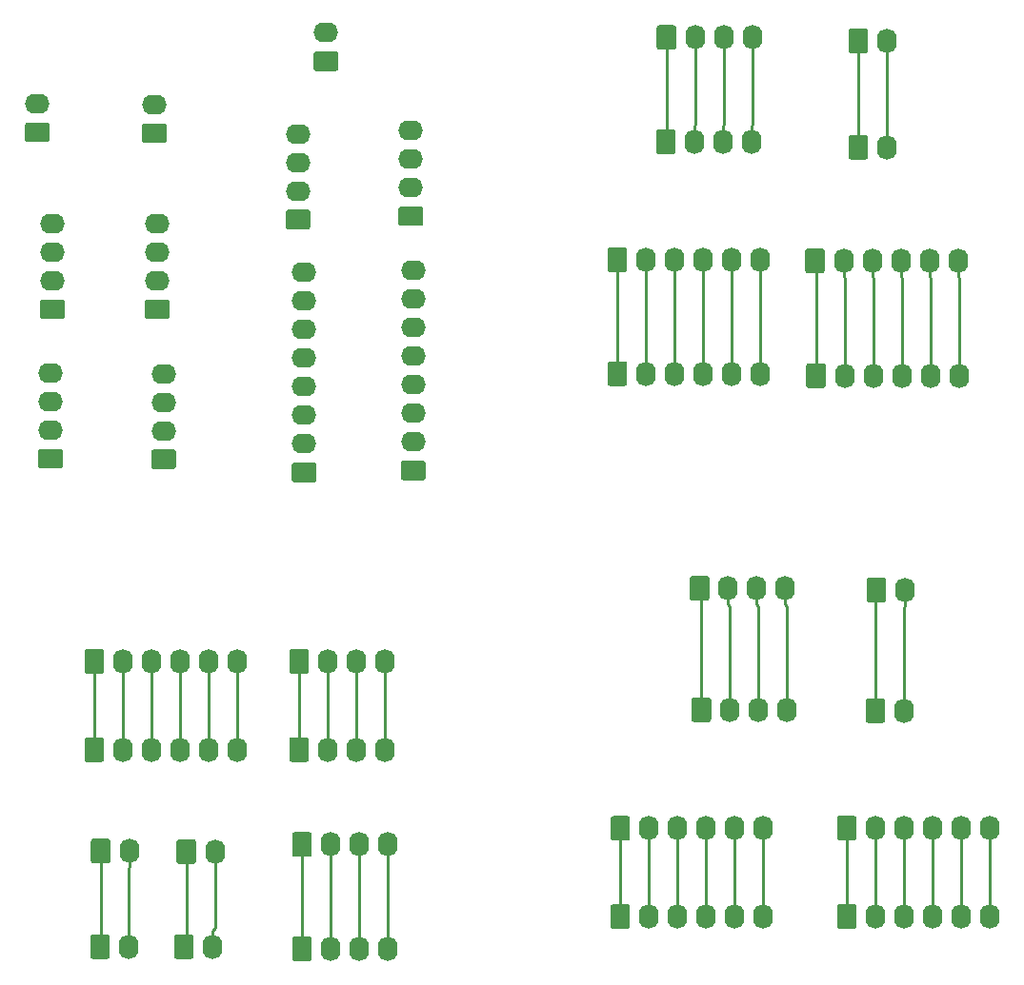
<source format=gbr>
G04 #@! TF.GenerationSoftware,KiCad,Pcbnew,(5.1.5-0-10_14)*
G04 #@! TF.CreationDate,2021-11-28T14:11:59+10:00*
G04 #@! TF.ProjectId,OH - General Purpose Small PCB,4f48202d-2047-4656-9e65-72616c205075,rev?*
G04 #@! TF.SameCoordinates,Original*
G04 #@! TF.FileFunction,Copper,L1,Top*
G04 #@! TF.FilePolarity,Positive*
%FSLAX46Y46*%
G04 Gerber Fmt 4.6, Leading zero omitted, Abs format (unit mm)*
G04 Created by KiCad (PCBNEW (5.1.5-0-10_14)) date 2021-11-28 14:11:59*
%MOMM*%
%LPD*%
G04 APERTURE LIST*
%ADD10O,1.740000X2.200000*%
%ADD11C,0.100000*%
%ADD12O,2.200000X1.740000*%
%ADD13C,0.250000*%
G04 APERTURE END LIST*
D10*
X52780000Y-124750000D03*
G04 #@! TA.AperFunction,ComponentPad*
D11*
G36*
X50884505Y-123651204D02*
G01*
X50908773Y-123654804D01*
X50932572Y-123660765D01*
X50955671Y-123669030D01*
X50977850Y-123679520D01*
X50998893Y-123692132D01*
X51018599Y-123706747D01*
X51036777Y-123723223D01*
X51053253Y-123741401D01*
X51067868Y-123761107D01*
X51080480Y-123782150D01*
X51090970Y-123804329D01*
X51099235Y-123827428D01*
X51105196Y-123851227D01*
X51108796Y-123875495D01*
X51110000Y-123899999D01*
X51110000Y-125600001D01*
X51108796Y-125624505D01*
X51105196Y-125648773D01*
X51099235Y-125672572D01*
X51090970Y-125695671D01*
X51080480Y-125717850D01*
X51067868Y-125738893D01*
X51053253Y-125758599D01*
X51036777Y-125776777D01*
X51018599Y-125793253D01*
X50998893Y-125807868D01*
X50977850Y-125820480D01*
X50955671Y-125830970D01*
X50932572Y-125839235D01*
X50908773Y-125845196D01*
X50884505Y-125848796D01*
X50860001Y-125850000D01*
X49619999Y-125850000D01*
X49595495Y-125848796D01*
X49571227Y-125845196D01*
X49547428Y-125839235D01*
X49524329Y-125830970D01*
X49502150Y-125820480D01*
X49481107Y-125807868D01*
X49461401Y-125793253D01*
X49443223Y-125776777D01*
X49426747Y-125758599D01*
X49412132Y-125738893D01*
X49399520Y-125717850D01*
X49389030Y-125695671D01*
X49380765Y-125672572D01*
X49374804Y-125648773D01*
X49371204Y-125624505D01*
X49370000Y-125600001D01*
X49370000Y-123899999D01*
X49371204Y-123875495D01*
X49374804Y-123851227D01*
X49380765Y-123827428D01*
X49389030Y-123804329D01*
X49399520Y-123782150D01*
X49412132Y-123761107D01*
X49426747Y-123741401D01*
X49443223Y-123723223D01*
X49461401Y-123706747D01*
X49481107Y-123692132D01*
X49502150Y-123679520D01*
X49524329Y-123669030D01*
X49547428Y-123660765D01*
X49571227Y-123654804D01*
X49595495Y-123651204D01*
X49619999Y-123650000D01*
X50860001Y-123650000D01*
X50884505Y-123651204D01*
G37*
G04 #@! TD.AperFunction*
D10*
X52730000Y-133250000D03*
G04 #@! TA.AperFunction,ComponentPad*
D11*
G36*
X50834505Y-132151204D02*
G01*
X50858773Y-132154804D01*
X50882572Y-132160765D01*
X50905671Y-132169030D01*
X50927850Y-132179520D01*
X50948893Y-132192132D01*
X50968599Y-132206747D01*
X50986777Y-132223223D01*
X51003253Y-132241401D01*
X51017868Y-132261107D01*
X51030480Y-132282150D01*
X51040970Y-132304329D01*
X51049235Y-132327428D01*
X51055196Y-132351227D01*
X51058796Y-132375495D01*
X51060000Y-132399999D01*
X51060000Y-134100001D01*
X51058796Y-134124505D01*
X51055196Y-134148773D01*
X51049235Y-134172572D01*
X51040970Y-134195671D01*
X51030480Y-134217850D01*
X51017868Y-134238893D01*
X51003253Y-134258599D01*
X50986777Y-134276777D01*
X50968599Y-134293253D01*
X50948893Y-134307868D01*
X50927850Y-134320480D01*
X50905671Y-134330970D01*
X50882572Y-134339235D01*
X50858773Y-134345196D01*
X50834505Y-134348796D01*
X50810001Y-134350000D01*
X49569999Y-134350000D01*
X49545495Y-134348796D01*
X49521227Y-134345196D01*
X49497428Y-134339235D01*
X49474329Y-134330970D01*
X49452150Y-134320480D01*
X49431107Y-134307868D01*
X49411401Y-134293253D01*
X49393223Y-134276777D01*
X49376747Y-134258599D01*
X49362132Y-134238893D01*
X49349520Y-134217850D01*
X49339030Y-134195671D01*
X49330765Y-134172572D01*
X49324804Y-134148773D01*
X49321204Y-134124505D01*
X49320000Y-134100001D01*
X49320000Y-132399999D01*
X49321204Y-132375495D01*
X49324804Y-132351227D01*
X49330765Y-132327428D01*
X49339030Y-132304329D01*
X49349520Y-132282150D01*
X49362132Y-132261107D01*
X49376747Y-132241401D01*
X49393223Y-132223223D01*
X49411401Y-132206747D01*
X49431107Y-132192132D01*
X49452150Y-132179520D01*
X49474329Y-132169030D01*
X49497428Y-132160765D01*
X49521227Y-132154804D01*
X49545495Y-132151204D01*
X49569999Y-132150000D01*
X50810001Y-132150000D01*
X50834505Y-132151204D01*
G37*
G04 #@! TD.AperFunction*
D10*
X62360000Y-115730000D03*
X59820000Y-115730000D03*
X57280000Y-115730000D03*
X54740000Y-115730000D03*
X52200000Y-115730000D03*
G04 #@! TA.AperFunction,ComponentPad*
D11*
G36*
X50304505Y-114631204D02*
G01*
X50328773Y-114634804D01*
X50352572Y-114640765D01*
X50375671Y-114649030D01*
X50397850Y-114659520D01*
X50418893Y-114672132D01*
X50438599Y-114686747D01*
X50456777Y-114703223D01*
X50473253Y-114721401D01*
X50487868Y-114741107D01*
X50500480Y-114762150D01*
X50510970Y-114784329D01*
X50519235Y-114807428D01*
X50525196Y-114831227D01*
X50528796Y-114855495D01*
X50530000Y-114879999D01*
X50530000Y-116580001D01*
X50528796Y-116604505D01*
X50525196Y-116628773D01*
X50519235Y-116652572D01*
X50510970Y-116675671D01*
X50500480Y-116697850D01*
X50487868Y-116718893D01*
X50473253Y-116738599D01*
X50456777Y-116756777D01*
X50438599Y-116773253D01*
X50418893Y-116787868D01*
X50397850Y-116800480D01*
X50375671Y-116810970D01*
X50352572Y-116819235D01*
X50328773Y-116825196D01*
X50304505Y-116828796D01*
X50280001Y-116830000D01*
X49039999Y-116830000D01*
X49015495Y-116828796D01*
X48991227Y-116825196D01*
X48967428Y-116819235D01*
X48944329Y-116810970D01*
X48922150Y-116800480D01*
X48901107Y-116787868D01*
X48881401Y-116773253D01*
X48863223Y-116756777D01*
X48846747Y-116738599D01*
X48832132Y-116718893D01*
X48819520Y-116697850D01*
X48809030Y-116675671D01*
X48800765Y-116652572D01*
X48794804Y-116628773D01*
X48791204Y-116604505D01*
X48790000Y-116580001D01*
X48790000Y-114879999D01*
X48791204Y-114855495D01*
X48794804Y-114831227D01*
X48800765Y-114807428D01*
X48809030Y-114784329D01*
X48819520Y-114762150D01*
X48832132Y-114741107D01*
X48846747Y-114721401D01*
X48863223Y-114703223D01*
X48881401Y-114686747D01*
X48901107Y-114672132D01*
X48922150Y-114659520D01*
X48944329Y-114649030D01*
X48967428Y-114640765D01*
X48991227Y-114634804D01*
X49015495Y-114631204D01*
X49039999Y-114630000D01*
X50280001Y-114630000D01*
X50304505Y-114631204D01*
G37*
G04 #@! TD.AperFunction*
D10*
X75750000Y-124170000D03*
X73210000Y-124170000D03*
X70670000Y-124170000D03*
G04 #@! TA.AperFunction,ComponentPad*
D11*
G36*
X68774505Y-123071204D02*
G01*
X68798773Y-123074804D01*
X68822572Y-123080765D01*
X68845671Y-123089030D01*
X68867850Y-123099520D01*
X68888893Y-123112132D01*
X68908599Y-123126747D01*
X68926777Y-123143223D01*
X68943253Y-123161401D01*
X68957868Y-123181107D01*
X68970480Y-123202150D01*
X68980970Y-123224329D01*
X68989235Y-123247428D01*
X68995196Y-123271227D01*
X68998796Y-123295495D01*
X69000000Y-123319999D01*
X69000000Y-125020001D01*
X68998796Y-125044505D01*
X68995196Y-125068773D01*
X68989235Y-125092572D01*
X68980970Y-125115671D01*
X68970480Y-125137850D01*
X68957868Y-125158893D01*
X68943253Y-125178599D01*
X68926777Y-125196777D01*
X68908599Y-125213253D01*
X68888893Y-125227868D01*
X68867850Y-125240480D01*
X68845671Y-125250970D01*
X68822572Y-125259235D01*
X68798773Y-125265196D01*
X68774505Y-125268796D01*
X68750001Y-125270000D01*
X67509999Y-125270000D01*
X67485495Y-125268796D01*
X67461227Y-125265196D01*
X67437428Y-125259235D01*
X67414329Y-125250970D01*
X67392150Y-125240480D01*
X67371107Y-125227868D01*
X67351401Y-125213253D01*
X67333223Y-125196777D01*
X67316747Y-125178599D01*
X67302132Y-125158893D01*
X67289520Y-125137850D01*
X67279030Y-125115671D01*
X67270765Y-125092572D01*
X67264804Y-125068773D01*
X67261204Y-125044505D01*
X67260000Y-125020001D01*
X67260000Y-123319999D01*
X67261204Y-123295495D01*
X67264804Y-123271227D01*
X67270765Y-123247428D01*
X67279030Y-123224329D01*
X67289520Y-123202150D01*
X67302132Y-123181107D01*
X67316747Y-123161401D01*
X67333223Y-123143223D01*
X67351401Y-123126747D01*
X67371107Y-123112132D01*
X67392150Y-123099520D01*
X67414329Y-123089030D01*
X67437428Y-123080765D01*
X67461227Y-123074804D01*
X67485495Y-123071204D01*
X67509999Y-123070000D01*
X68750001Y-123070000D01*
X68774505Y-123071204D01*
G37*
G04 #@! TD.AperFunction*
D10*
X75490000Y-115720000D03*
X72950000Y-115720000D03*
X70410000Y-115720000D03*
G04 #@! TA.AperFunction,ComponentPad*
D11*
G36*
X68514505Y-114621204D02*
G01*
X68538773Y-114624804D01*
X68562572Y-114630765D01*
X68585671Y-114639030D01*
X68607850Y-114649520D01*
X68628893Y-114662132D01*
X68648599Y-114676747D01*
X68666777Y-114693223D01*
X68683253Y-114711401D01*
X68697868Y-114731107D01*
X68710480Y-114752150D01*
X68720970Y-114774329D01*
X68729235Y-114797428D01*
X68735196Y-114821227D01*
X68738796Y-114845495D01*
X68740000Y-114869999D01*
X68740000Y-116570001D01*
X68738796Y-116594505D01*
X68735196Y-116618773D01*
X68729235Y-116642572D01*
X68720970Y-116665671D01*
X68710480Y-116687850D01*
X68697868Y-116708893D01*
X68683253Y-116728599D01*
X68666777Y-116746777D01*
X68648599Y-116763253D01*
X68628893Y-116777868D01*
X68607850Y-116790480D01*
X68585671Y-116800970D01*
X68562572Y-116809235D01*
X68538773Y-116815196D01*
X68514505Y-116818796D01*
X68490001Y-116820000D01*
X67249999Y-116820000D01*
X67225495Y-116818796D01*
X67201227Y-116815196D01*
X67177428Y-116809235D01*
X67154329Y-116800970D01*
X67132150Y-116790480D01*
X67111107Y-116777868D01*
X67091401Y-116763253D01*
X67073223Y-116746777D01*
X67056747Y-116728599D01*
X67042132Y-116708893D01*
X67029520Y-116687850D01*
X67019030Y-116665671D01*
X67010765Y-116642572D01*
X67004804Y-116618773D01*
X67001204Y-116594505D01*
X67000000Y-116570001D01*
X67000000Y-114869999D01*
X67001204Y-114845495D01*
X67004804Y-114821227D01*
X67010765Y-114797428D01*
X67019030Y-114774329D01*
X67029520Y-114752150D01*
X67042132Y-114731107D01*
X67056747Y-114711401D01*
X67073223Y-114693223D01*
X67091401Y-114676747D01*
X67111107Y-114662132D01*
X67132150Y-114649520D01*
X67154329Y-114639030D01*
X67177428Y-114630765D01*
X67201227Y-114624804D01*
X67225495Y-114621204D01*
X67249999Y-114620000D01*
X68490001Y-114620000D01*
X68514505Y-114621204D01*
G37*
G04 #@! TD.AperFunction*
D10*
X60390000Y-124800000D03*
G04 #@! TA.AperFunction,ComponentPad*
D11*
G36*
X58494505Y-123701204D02*
G01*
X58518773Y-123704804D01*
X58542572Y-123710765D01*
X58565671Y-123719030D01*
X58587850Y-123729520D01*
X58608893Y-123742132D01*
X58628599Y-123756747D01*
X58646777Y-123773223D01*
X58663253Y-123791401D01*
X58677868Y-123811107D01*
X58690480Y-123832150D01*
X58700970Y-123854329D01*
X58709235Y-123877428D01*
X58715196Y-123901227D01*
X58718796Y-123925495D01*
X58720000Y-123949999D01*
X58720000Y-125650001D01*
X58718796Y-125674505D01*
X58715196Y-125698773D01*
X58709235Y-125722572D01*
X58700970Y-125745671D01*
X58690480Y-125767850D01*
X58677868Y-125788893D01*
X58663253Y-125808599D01*
X58646777Y-125826777D01*
X58628599Y-125843253D01*
X58608893Y-125857868D01*
X58587850Y-125870480D01*
X58565671Y-125880970D01*
X58542572Y-125889235D01*
X58518773Y-125895196D01*
X58494505Y-125898796D01*
X58470001Y-125900000D01*
X57229999Y-125900000D01*
X57205495Y-125898796D01*
X57181227Y-125895196D01*
X57157428Y-125889235D01*
X57134329Y-125880970D01*
X57112150Y-125870480D01*
X57091107Y-125857868D01*
X57071401Y-125843253D01*
X57053223Y-125826777D01*
X57036747Y-125808599D01*
X57022132Y-125788893D01*
X57009520Y-125767850D01*
X56999030Y-125745671D01*
X56990765Y-125722572D01*
X56984804Y-125698773D01*
X56981204Y-125674505D01*
X56980000Y-125650001D01*
X56980000Y-123949999D01*
X56981204Y-123925495D01*
X56984804Y-123901227D01*
X56990765Y-123877428D01*
X56999030Y-123854329D01*
X57009520Y-123832150D01*
X57022132Y-123811107D01*
X57036747Y-123791401D01*
X57053223Y-123773223D01*
X57071401Y-123756747D01*
X57091107Y-123742132D01*
X57112150Y-123729520D01*
X57134329Y-123719030D01*
X57157428Y-123710765D01*
X57181227Y-123704804D01*
X57205495Y-123701204D01*
X57229999Y-123700000D01*
X58470001Y-123700000D01*
X58494505Y-123701204D01*
G37*
G04 #@! TD.AperFunction*
D10*
X62360000Y-107880000D03*
X59820000Y-107880000D03*
X57280000Y-107880000D03*
X54740000Y-107880000D03*
X52200000Y-107880000D03*
G04 #@! TA.AperFunction,ComponentPad*
D11*
G36*
X50304505Y-106781204D02*
G01*
X50328773Y-106784804D01*
X50352572Y-106790765D01*
X50375671Y-106799030D01*
X50397850Y-106809520D01*
X50418893Y-106822132D01*
X50438599Y-106836747D01*
X50456777Y-106853223D01*
X50473253Y-106871401D01*
X50487868Y-106891107D01*
X50500480Y-106912150D01*
X50510970Y-106934329D01*
X50519235Y-106957428D01*
X50525196Y-106981227D01*
X50528796Y-107005495D01*
X50530000Y-107029999D01*
X50530000Y-108730001D01*
X50528796Y-108754505D01*
X50525196Y-108778773D01*
X50519235Y-108802572D01*
X50510970Y-108825671D01*
X50500480Y-108847850D01*
X50487868Y-108868893D01*
X50473253Y-108888599D01*
X50456777Y-108906777D01*
X50438599Y-108923253D01*
X50418893Y-108937868D01*
X50397850Y-108950480D01*
X50375671Y-108960970D01*
X50352572Y-108969235D01*
X50328773Y-108975196D01*
X50304505Y-108978796D01*
X50280001Y-108980000D01*
X49039999Y-108980000D01*
X49015495Y-108978796D01*
X48991227Y-108975196D01*
X48967428Y-108969235D01*
X48944329Y-108960970D01*
X48922150Y-108950480D01*
X48901107Y-108937868D01*
X48881401Y-108923253D01*
X48863223Y-108906777D01*
X48846747Y-108888599D01*
X48832132Y-108868893D01*
X48819520Y-108847850D01*
X48809030Y-108825671D01*
X48800765Y-108802572D01*
X48794804Y-108778773D01*
X48791204Y-108754505D01*
X48790000Y-108730001D01*
X48790000Y-107029999D01*
X48791204Y-107005495D01*
X48794804Y-106981227D01*
X48800765Y-106957428D01*
X48809030Y-106934329D01*
X48819520Y-106912150D01*
X48832132Y-106891107D01*
X48846747Y-106871401D01*
X48863223Y-106853223D01*
X48881401Y-106836747D01*
X48901107Y-106822132D01*
X48922150Y-106809520D01*
X48944329Y-106799030D01*
X48967428Y-106790765D01*
X48991227Y-106784804D01*
X49015495Y-106781204D01*
X49039999Y-106780000D01*
X50280001Y-106780000D01*
X50304505Y-106781204D01*
G37*
G04 #@! TD.AperFunction*
D10*
X75750000Y-133430000D03*
X73210000Y-133430000D03*
X70670000Y-133430000D03*
G04 #@! TA.AperFunction,ComponentPad*
D11*
G36*
X68774505Y-132331204D02*
G01*
X68798773Y-132334804D01*
X68822572Y-132340765D01*
X68845671Y-132349030D01*
X68867850Y-132359520D01*
X68888893Y-132372132D01*
X68908599Y-132386747D01*
X68926777Y-132403223D01*
X68943253Y-132421401D01*
X68957868Y-132441107D01*
X68970480Y-132462150D01*
X68980970Y-132484329D01*
X68989235Y-132507428D01*
X68995196Y-132531227D01*
X68998796Y-132555495D01*
X69000000Y-132579999D01*
X69000000Y-134280001D01*
X68998796Y-134304505D01*
X68995196Y-134328773D01*
X68989235Y-134352572D01*
X68980970Y-134375671D01*
X68970480Y-134397850D01*
X68957868Y-134418893D01*
X68943253Y-134438599D01*
X68926777Y-134456777D01*
X68908599Y-134473253D01*
X68888893Y-134487868D01*
X68867850Y-134500480D01*
X68845671Y-134510970D01*
X68822572Y-134519235D01*
X68798773Y-134525196D01*
X68774505Y-134528796D01*
X68750001Y-134530000D01*
X67509999Y-134530000D01*
X67485495Y-134528796D01*
X67461227Y-134525196D01*
X67437428Y-134519235D01*
X67414329Y-134510970D01*
X67392150Y-134500480D01*
X67371107Y-134487868D01*
X67351401Y-134473253D01*
X67333223Y-134456777D01*
X67316747Y-134438599D01*
X67302132Y-134418893D01*
X67289520Y-134397850D01*
X67279030Y-134375671D01*
X67270765Y-134352572D01*
X67264804Y-134328773D01*
X67261204Y-134304505D01*
X67260000Y-134280001D01*
X67260000Y-132579999D01*
X67261204Y-132555495D01*
X67264804Y-132531227D01*
X67270765Y-132507428D01*
X67279030Y-132484329D01*
X67289520Y-132462150D01*
X67302132Y-132441107D01*
X67316747Y-132421401D01*
X67333223Y-132403223D01*
X67351401Y-132386747D01*
X67371107Y-132372132D01*
X67392150Y-132359520D01*
X67414329Y-132349030D01*
X67437428Y-132340765D01*
X67461227Y-132334804D01*
X67485495Y-132331204D01*
X67509999Y-132330000D01*
X68750001Y-132330000D01*
X68774505Y-132331204D01*
G37*
G04 #@! TD.AperFunction*
D10*
X75490000Y-107870000D03*
X72950000Y-107870000D03*
X70410000Y-107870000D03*
G04 #@! TA.AperFunction,ComponentPad*
D11*
G36*
X68514505Y-106771204D02*
G01*
X68538773Y-106774804D01*
X68562572Y-106780765D01*
X68585671Y-106789030D01*
X68607850Y-106799520D01*
X68628893Y-106812132D01*
X68648599Y-106826747D01*
X68666777Y-106843223D01*
X68683253Y-106861401D01*
X68697868Y-106881107D01*
X68710480Y-106902150D01*
X68720970Y-106924329D01*
X68729235Y-106947428D01*
X68735196Y-106971227D01*
X68738796Y-106995495D01*
X68740000Y-107019999D01*
X68740000Y-108720001D01*
X68738796Y-108744505D01*
X68735196Y-108768773D01*
X68729235Y-108792572D01*
X68720970Y-108815671D01*
X68710480Y-108837850D01*
X68697868Y-108858893D01*
X68683253Y-108878599D01*
X68666777Y-108896777D01*
X68648599Y-108913253D01*
X68628893Y-108927868D01*
X68607850Y-108940480D01*
X68585671Y-108950970D01*
X68562572Y-108959235D01*
X68538773Y-108965196D01*
X68514505Y-108968796D01*
X68490001Y-108970000D01*
X67249999Y-108970000D01*
X67225495Y-108968796D01*
X67201227Y-108965196D01*
X67177428Y-108959235D01*
X67154329Y-108950970D01*
X67132150Y-108940480D01*
X67111107Y-108927868D01*
X67091401Y-108913253D01*
X67073223Y-108896777D01*
X67056747Y-108878599D01*
X67042132Y-108858893D01*
X67029520Y-108837850D01*
X67019030Y-108815671D01*
X67010765Y-108792572D01*
X67004804Y-108768773D01*
X67001204Y-108744505D01*
X67000000Y-108720001D01*
X67000000Y-107019999D01*
X67001204Y-106995495D01*
X67004804Y-106971227D01*
X67010765Y-106947428D01*
X67019030Y-106924329D01*
X67029520Y-106902150D01*
X67042132Y-106881107D01*
X67056747Y-106861401D01*
X67073223Y-106843223D01*
X67091401Y-106826747D01*
X67111107Y-106812132D01*
X67132150Y-106799520D01*
X67154329Y-106789030D01*
X67177428Y-106780765D01*
X67201227Y-106774804D01*
X67225495Y-106771204D01*
X67249999Y-106770000D01*
X68490001Y-106770000D01*
X68514505Y-106771204D01*
G37*
G04 #@! TD.AperFunction*
D10*
X60180000Y-133250000D03*
G04 #@! TA.AperFunction,ComponentPad*
D11*
G36*
X58284505Y-132151204D02*
G01*
X58308773Y-132154804D01*
X58332572Y-132160765D01*
X58355671Y-132169030D01*
X58377850Y-132179520D01*
X58398893Y-132192132D01*
X58418599Y-132206747D01*
X58436777Y-132223223D01*
X58453253Y-132241401D01*
X58467868Y-132261107D01*
X58480480Y-132282150D01*
X58490970Y-132304329D01*
X58499235Y-132327428D01*
X58505196Y-132351227D01*
X58508796Y-132375495D01*
X58510000Y-132399999D01*
X58510000Y-134100001D01*
X58508796Y-134124505D01*
X58505196Y-134148773D01*
X58499235Y-134172572D01*
X58490970Y-134195671D01*
X58480480Y-134217850D01*
X58467868Y-134238893D01*
X58453253Y-134258599D01*
X58436777Y-134276777D01*
X58418599Y-134293253D01*
X58398893Y-134307868D01*
X58377850Y-134320480D01*
X58355671Y-134330970D01*
X58332572Y-134339235D01*
X58308773Y-134345196D01*
X58284505Y-134348796D01*
X58260001Y-134350000D01*
X57019999Y-134350000D01*
X56995495Y-134348796D01*
X56971227Y-134345196D01*
X56947428Y-134339235D01*
X56924329Y-134330970D01*
X56902150Y-134320480D01*
X56881107Y-134307868D01*
X56861401Y-134293253D01*
X56843223Y-134276777D01*
X56826747Y-134258599D01*
X56812132Y-134238893D01*
X56799520Y-134217850D01*
X56789030Y-134195671D01*
X56780765Y-134172572D01*
X56774804Y-134148773D01*
X56771204Y-134124505D01*
X56770000Y-134100001D01*
X56770000Y-132399999D01*
X56771204Y-132375495D01*
X56774804Y-132351227D01*
X56780765Y-132327428D01*
X56789030Y-132304329D01*
X56799520Y-132282150D01*
X56812132Y-132261107D01*
X56826747Y-132241401D01*
X56843223Y-132223223D01*
X56861401Y-132206747D01*
X56881107Y-132192132D01*
X56902150Y-132179520D01*
X56924329Y-132169030D01*
X56947428Y-132160765D01*
X56971227Y-132154804D01*
X56995495Y-132151204D01*
X57019999Y-132150000D01*
X58260001Y-132150000D01*
X58284505Y-132151204D01*
G37*
G04 #@! TD.AperFunction*
D12*
X55280000Y-68930000D03*
X55280000Y-71470000D03*
X55280000Y-74010000D03*
G04 #@! TA.AperFunction,ComponentPad*
D11*
G36*
X56154505Y-75681204D02*
G01*
X56178773Y-75684804D01*
X56202572Y-75690765D01*
X56225671Y-75699030D01*
X56247850Y-75709520D01*
X56268893Y-75722132D01*
X56288599Y-75736747D01*
X56306777Y-75753223D01*
X56323253Y-75771401D01*
X56337868Y-75791107D01*
X56350480Y-75812150D01*
X56360970Y-75834329D01*
X56369235Y-75857428D01*
X56375196Y-75881227D01*
X56378796Y-75905495D01*
X56380000Y-75929999D01*
X56380000Y-77170001D01*
X56378796Y-77194505D01*
X56375196Y-77218773D01*
X56369235Y-77242572D01*
X56360970Y-77265671D01*
X56350480Y-77287850D01*
X56337868Y-77308893D01*
X56323253Y-77328599D01*
X56306777Y-77346777D01*
X56288599Y-77363253D01*
X56268893Y-77377868D01*
X56247850Y-77390480D01*
X56225671Y-77400970D01*
X56202572Y-77409235D01*
X56178773Y-77415196D01*
X56154505Y-77418796D01*
X56130001Y-77420000D01*
X54429999Y-77420000D01*
X54405495Y-77418796D01*
X54381227Y-77415196D01*
X54357428Y-77409235D01*
X54334329Y-77400970D01*
X54312150Y-77390480D01*
X54291107Y-77377868D01*
X54271401Y-77363253D01*
X54253223Y-77346777D01*
X54236747Y-77328599D01*
X54222132Y-77308893D01*
X54209520Y-77287850D01*
X54199030Y-77265671D01*
X54190765Y-77242572D01*
X54184804Y-77218773D01*
X54181204Y-77194505D01*
X54180000Y-77170001D01*
X54180000Y-75929999D01*
X54181204Y-75905495D01*
X54184804Y-75881227D01*
X54190765Y-75857428D01*
X54199030Y-75834329D01*
X54209520Y-75812150D01*
X54222132Y-75791107D01*
X54236747Y-75771401D01*
X54253223Y-75753223D01*
X54271401Y-75736747D01*
X54291107Y-75722132D01*
X54312150Y-75709520D01*
X54334329Y-75699030D01*
X54357428Y-75690765D01*
X54381227Y-75684804D01*
X54405495Y-75681204D01*
X54429999Y-75680000D01*
X56130001Y-75680000D01*
X56154505Y-75681204D01*
G37*
G04 #@! TD.AperFunction*
D12*
X55830000Y-82280000D03*
X55830000Y-84820000D03*
X55830000Y-87360000D03*
G04 #@! TA.AperFunction,ComponentPad*
D11*
G36*
X56704505Y-89031204D02*
G01*
X56728773Y-89034804D01*
X56752572Y-89040765D01*
X56775671Y-89049030D01*
X56797850Y-89059520D01*
X56818893Y-89072132D01*
X56838599Y-89086747D01*
X56856777Y-89103223D01*
X56873253Y-89121401D01*
X56887868Y-89141107D01*
X56900480Y-89162150D01*
X56910970Y-89184329D01*
X56919235Y-89207428D01*
X56925196Y-89231227D01*
X56928796Y-89255495D01*
X56930000Y-89279999D01*
X56930000Y-90520001D01*
X56928796Y-90544505D01*
X56925196Y-90568773D01*
X56919235Y-90592572D01*
X56910970Y-90615671D01*
X56900480Y-90637850D01*
X56887868Y-90658893D01*
X56873253Y-90678599D01*
X56856777Y-90696777D01*
X56838599Y-90713253D01*
X56818893Y-90727868D01*
X56797850Y-90740480D01*
X56775671Y-90750970D01*
X56752572Y-90759235D01*
X56728773Y-90765196D01*
X56704505Y-90768796D01*
X56680001Y-90770000D01*
X54979999Y-90770000D01*
X54955495Y-90768796D01*
X54931227Y-90765196D01*
X54907428Y-90759235D01*
X54884329Y-90750970D01*
X54862150Y-90740480D01*
X54841107Y-90727868D01*
X54821401Y-90713253D01*
X54803223Y-90696777D01*
X54786747Y-90678599D01*
X54772132Y-90658893D01*
X54759520Y-90637850D01*
X54749030Y-90615671D01*
X54740765Y-90592572D01*
X54734804Y-90568773D01*
X54731204Y-90544505D01*
X54730000Y-90520001D01*
X54730000Y-89279999D01*
X54731204Y-89255495D01*
X54734804Y-89231227D01*
X54740765Y-89207428D01*
X54749030Y-89184329D01*
X54759520Y-89162150D01*
X54772132Y-89141107D01*
X54786747Y-89121401D01*
X54803223Y-89103223D01*
X54821401Y-89086747D01*
X54841107Y-89072132D01*
X54862150Y-89059520D01*
X54884329Y-89049030D01*
X54907428Y-89040765D01*
X54931227Y-89034804D01*
X54955495Y-89031204D01*
X54979999Y-89030000D01*
X56680001Y-89030000D01*
X56704505Y-89031204D01*
G37*
G04 #@! TD.AperFunction*
D12*
X45950000Y-68930000D03*
X45950000Y-71470000D03*
X45950000Y-74010000D03*
G04 #@! TA.AperFunction,ComponentPad*
D11*
G36*
X46824505Y-75681204D02*
G01*
X46848773Y-75684804D01*
X46872572Y-75690765D01*
X46895671Y-75699030D01*
X46917850Y-75709520D01*
X46938893Y-75722132D01*
X46958599Y-75736747D01*
X46976777Y-75753223D01*
X46993253Y-75771401D01*
X47007868Y-75791107D01*
X47020480Y-75812150D01*
X47030970Y-75834329D01*
X47039235Y-75857428D01*
X47045196Y-75881227D01*
X47048796Y-75905495D01*
X47050000Y-75929999D01*
X47050000Y-77170001D01*
X47048796Y-77194505D01*
X47045196Y-77218773D01*
X47039235Y-77242572D01*
X47030970Y-77265671D01*
X47020480Y-77287850D01*
X47007868Y-77308893D01*
X46993253Y-77328599D01*
X46976777Y-77346777D01*
X46958599Y-77363253D01*
X46938893Y-77377868D01*
X46917850Y-77390480D01*
X46895671Y-77400970D01*
X46872572Y-77409235D01*
X46848773Y-77415196D01*
X46824505Y-77418796D01*
X46800001Y-77420000D01*
X45099999Y-77420000D01*
X45075495Y-77418796D01*
X45051227Y-77415196D01*
X45027428Y-77409235D01*
X45004329Y-77400970D01*
X44982150Y-77390480D01*
X44961107Y-77377868D01*
X44941401Y-77363253D01*
X44923223Y-77346777D01*
X44906747Y-77328599D01*
X44892132Y-77308893D01*
X44879520Y-77287850D01*
X44869030Y-77265671D01*
X44860765Y-77242572D01*
X44854804Y-77218773D01*
X44851204Y-77194505D01*
X44850000Y-77170001D01*
X44850000Y-75929999D01*
X44851204Y-75905495D01*
X44854804Y-75881227D01*
X44860765Y-75857428D01*
X44869030Y-75834329D01*
X44879520Y-75812150D01*
X44892132Y-75791107D01*
X44906747Y-75771401D01*
X44923223Y-75753223D01*
X44941401Y-75736747D01*
X44961107Y-75722132D01*
X44982150Y-75709520D01*
X45004329Y-75699030D01*
X45027428Y-75690765D01*
X45051227Y-75684804D01*
X45075495Y-75681204D01*
X45099999Y-75680000D01*
X46800001Y-75680000D01*
X46824505Y-75681204D01*
G37*
G04 #@! TD.AperFunction*
D12*
X45790000Y-82210000D03*
X45790000Y-84750000D03*
X45790000Y-87290000D03*
G04 #@! TA.AperFunction,ComponentPad*
D11*
G36*
X46664505Y-88961204D02*
G01*
X46688773Y-88964804D01*
X46712572Y-88970765D01*
X46735671Y-88979030D01*
X46757850Y-88989520D01*
X46778893Y-89002132D01*
X46798599Y-89016747D01*
X46816777Y-89033223D01*
X46833253Y-89051401D01*
X46847868Y-89071107D01*
X46860480Y-89092150D01*
X46870970Y-89114329D01*
X46879235Y-89137428D01*
X46885196Y-89161227D01*
X46888796Y-89185495D01*
X46890000Y-89209999D01*
X46890000Y-90450001D01*
X46888796Y-90474505D01*
X46885196Y-90498773D01*
X46879235Y-90522572D01*
X46870970Y-90545671D01*
X46860480Y-90567850D01*
X46847868Y-90588893D01*
X46833253Y-90608599D01*
X46816777Y-90626777D01*
X46798599Y-90643253D01*
X46778893Y-90657868D01*
X46757850Y-90670480D01*
X46735671Y-90680970D01*
X46712572Y-90689235D01*
X46688773Y-90695196D01*
X46664505Y-90698796D01*
X46640001Y-90700000D01*
X44939999Y-90700000D01*
X44915495Y-90698796D01*
X44891227Y-90695196D01*
X44867428Y-90689235D01*
X44844329Y-90680970D01*
X44822150Y-90670480D01*
X44801107Y-90657868D01*
X44781401Y-90643253D01*
X44763223Y-90626777D01*
X44746747Y-90608599D01*
X44732132Y-90588893D01*
X44719520Y-90567850D01*
X44709030Y-90545671D01*
X44700765Y-90522572D01*
X44694804Y-90498773D01*
X44691204Y-90474505D01*
X44690000Y-90450001D01*
X44690000Y-89209999D01*
X44691204Y-89185495D01*
X44694804Y-89161227D01*
X44700765Y-89137428D01*
X44709030Y-89114329D01*
X44719520Y-89092150D01*
X44732132Y-89071107D01*
X44746747Y-89051401D01*
X44763223Y-89033223D01*
X44781401Y-89016747D01*
X44801107Y-89002132D01*
X44822150Y-88989520D01*
X44844329Y-88979030D01*
X44867428Y-88970765D01*
X44891227Y-88964804D01*
X44915495Y-88961204D01*
X44939999Y-88960000D01*
X46640001Y-88960000D01*
X46664505Y-88961204D01*
G37*
G04 #@! TD.AperFunction*
D12*
X44610000Y-58270000D03*
G04 #@! TA.AperFunction,ComponentPad*
D11*
G36*
X45484505Y-59941204D02*
G01*
X45508773Y-59944804D01*
X45532572Y-59950765D01*
X45555671Y-59959030D01*
X45577850Y-59969520D01*
X45598893Y-59982132D01*
X45618599Y-59996747D01*
X45636777Y-60013223D01*
X45653253Y-60031401D01*
X45667868Y-60051107D01*
X45680480Y-60072150D01*
X45690970Y-60094329D01*
X45699235Y-60117428D01*
X45705196Y-60141227D01*
X45708796Y-60165495D01*
X45710000Y-60189999D01*
X45710000Y-61430001D01*
X45708796Y-61454505D01*
X45705196Y-61478773D01*
X45699235Y-61502572D01*
X45690970Y-61525671D01*
X45680480Y-61547850D01*
X45667868Y-61568893D01*
X45653253Y-61588599D01*
X45636777Y-61606777D01*
X45618599Y-61623253D01*
X45598893Y-61637868D01*
X45577850Y-61650480D01*
X45555671Y-61660970D01*
X45532572Y-61669235D01*
X45508773Y-61675196D01*
X45484505Y-61678796D01*
X45460001Y-61680000D01*
X43759999Y-61680000D01*
X43735495Y-61678796D01*
X43711227Y-61675196D01*
X43687428Y-61669235D01*
X43664329Y-61660970D01*
X43642150Y-61650480D01*
X43621107Y-61637868D01*
X43601401Y-61623253D01*
X43583223Y-61606777D01*
X43566747Y-61588599D01*
X43552132Y-61568893D01*
X43539520Y-61547850D01*
X43529030Y-61525671D01*
X43520765Y-61502572D01*
X43514804Y-61478773D01*
X43511204Y-61454505D01*
X43510000Y-61430001D01*
X43510000Y-60189999D01*
X43511204Y-60165495D01*
X43514804Y-60141227D01*
X43520765Y-60117428D01*
X43529030Y-60094329D01*
X43539520Y-60072150D01*
X43552132Y-60051107D01*
X43566747Y-60031401D01*
X43583223Y-60013223D01*
X43601401Y-59996747D01*
X43621107Y-59982132D01*
X43642150Y-59969520D01*
X43664329Y-59959030D01*
X43687428Y-59950765D01*
X43711227Y-59944804D01*
X43735495Y-59941204D01*
X43759999Y-59940000D01*
X45460001Y-59940000D01*
X45484505Y-59941204D01*
G37*
G04 #@! TD.AperFunction*
D12*
X77805000Y-60655000D03*
X77805000Y-63195000D03*
X77805000Y-65735000D03*
G04 #@! TA.AperFunction,ComponentPad*
D11*
G36*
X78679505Y-67406204D02*
G01*
X78703773Y-67409804D01*
X78727572Y-67415765D01*
X78750671Y-67424030D01*
X78772850Y-67434520D01*
X78793893Y-67447132D01*
X78813599Y-67461747D01*
X78831777Y-67478223D01*
X78848253Y-67496401D01*
X78862868Y-67516107D01*
X78875480Y-67537150D01*
X78885970Y-67559329D01*
X78894235Y-67582428D01*
X78900196Y-67606227D01*
X78903796Y-67630495D01*
X78905000Y-67654999D01*
X78905000Y-68895001D01*
X78903796Y-68919505D01*
X78900196Y-68943773D01*
X78894235Y-68967572D01*
X78885970Y-68990671D01*
X78875480Y-69012850D01*
X78862868Y-69033893D01*
X78848253Y-69053599D01*
X78831777Y-69071777D01*
X78813599Y-69088253D01*
X78793893Y-69102868D01*
X78772850Y-69115480D01*
X78750671Y-69125970D01*
X78727572Y-69134235D01*
X78703773Y-69140196D01*
X78679505Y-69143796D01*
X78655001Y-69145000D01*
X76954999Y-69145000D01*
X76930495Y-69143796D01*
X76906227Y-69140196D01*
X76882428Y-69134235D01*
X76859329Y-69125970D01*
X76837150Y-69115480D01*
X76816107Y-69102868D01*
X76796401Y-69088253D01*
X76778223Y-69071777D01*
X76761747Y-69053599D01*
X76747132Y-69033893D01*
X76734520Y-69012850D01*
X76724030Y-68990671D01*
X76715765Y-68967572D01*
X76709804Y-68943773D01*
X76706204Y-68919505D01*
X76705000Y-68895001D01*
X76705000Y-67654999D01*
X76706204Y-67630495D01*
X76709804Y-67606227D01*
X76715765Y-67582428D01*
X76724030Y-67559329D01*
X76734520Y-67537150D01*
X76747132Y-67516107D01*
X76761747Y-67496401D01*
X76778223Y-67478223D01*
X76796401Y-67461747D01*
X76816107Y-67447132D01*
X76837150Y-67434520D01*
X76859329Y-67424030D01*
X76882428Y-67415765D01*
X76906227Y-67409804D01*
X76930495Y-67406204D01*
X76954999Y-67405000D01*
X78655001Y-67405000D01*
X78679505Y-67406204D01*
G37*
G04 #@! TD.AperFunction*
D12*
X67780000Y-60940000D03*
X67780000Y-63480000D03*
X67780000Y-66020000D03*
G04 #@! TA.AperFunction,ComponentPad*
D11*
G36*
X68654505Y-67691204D02*
G01*
X68678773Y-67694804D01*
X68702572Y-67700765D01*
X68725671Y-67709030D01*
X68747850Y-67719520D01*
X68768893Y-67732132D01*
X68788599Y-67746747D01*
X68806777Y-67763223D01*
X68823253Y-67781401D01*
X68837868Y-67801107D01*
X68850480Y-67822150D01*
X68860970Y-67844329D01*
X68869235Y-67867428D01*
X68875196Y-67891227D01*
X68878796Y-67915495D01*
X68880000Y-67939999D01*
X68880000Y-69180001D01*
X68878796Y-69204505D01*
X68875196Y-69228773D01*
X68869235Y-69252572D01*
X68860970Y-69275671D01*
X68850480Y-69297850D01*
X68837868Y-69318893D01*
X68823253Y-69338599D01*
X68806777Y-69356777D01*
X68788599Y-69373253D01*
X68768893Y-69387868D01*
X68747850Y-69400480D01*
X68725671Y-69410970D01*
X68702572Y-69419235D01*
X68678773Y-69425196D01*
X68654505Y-69428796D01*
X68630001Y-69430000D01*
X66929999Y-69430000D01*
X66905495Y-69428796D01*
X66881227Y-69425196D01*
X66857428Y-69419235D01*
X66834329Y-69410970D01*
X66812150Y-69400480D01*
X66791107Y-69387868D01*
X66771401Y-69373253D01*
X66753223Y-69356777D01*
X66736747Y-69338599D01*
X66722132Y-69318893D01*
X66709520Y-69297850D01*
X66699030Y-69275671D01*
X66690765Y-69252572D01*
X66684804Y-69228773D01*
X66681204Y-69204505D01*
X66680000Y-69180001D01*
X66680000Y-67939999D01*
X66681204Y-67915495D01*
X66684804Y-67891227D01*
X66690765Y-67867428D01*
X66699030Y-67844329D01*
X66709520Y-67822150D01*
X66722132Y-67801107D01*
X66736747Y-67781401D01*
X66753223Y-67763223D01*
X66771401Y-67746747D01*
X66791107Y-67732132D01*
X66812150Y-67719520D01*
X66834329Y-67709030D01*
X66857428Y-67700765D01*
X66881227Y-67694804D01*
X66905495Y-67691204D01*
X66929999Y-67690000D01*
X68630001Y-67690000D01*
X68654505Y-67691204D01*
G37*
G04 #@! TD.AperFunction*
D10*
X129255000Y-130565000D03*
X126715000Y-130565000D03*
X124175000Y-130565000D03*
X121635000Y-130565000D03*
X119095000Y-130565000D03*
G04 #@! TA.AperFunction,ComponentPad*
D11*
G36*
X117199505Y-129466204D02*
G01*
X117223773Y-129469804D01*
X117247572Y-129475765D01*
X117270671Y-129484030D01*
X117292850Y-129494520D01*
X117313893Y-129507132D01*
X117333599Y-129521747D01*
X117351777Y-129538223D01*
X117368253Y-129556401D01*
X117382868Y-129576107D01*
X117395480Y-129597150D01*
X117405970Y-129619329D01*
X117414235Y-129642428D01*
X117420196Y-129666227D01*
X117423796Y-129690495D01*
X117425000Y-129714999D01*
X117425000Y-131415001D01*
X117423796Y-131439505D01*
X117420196Y-131463773D01*
X117414235Y-131487572D01*
X117405970Y-131510671D01*
X117395480Y-131532850D01*
X117382868Y-131553893D01*
X117368253Y-131573599D01*
X117351777Y-131591777D01*
X117333599Y-131608253D01*
X117313893Y-131622868D01*
X117292850Y-131635480D01*
X117270671Y-131645970D01*
X117247572Y-131654235D01*
X117223773Y-131660196D01*
X117199505Y-131663796D01*
X117175001Y-131665000D01*
X115934999Y-131665000D01*
X115910495Y-131663796D01*
X115886227Y-131660196D01*
X115862428Y-131654235D01*
X115839329Y-131645970D01*
X115817150Y-131635480D01*
X115796107Y-131622868D01*
X115776401Y-131608253D01*
X115758223Y-131591777D01*
X115741747Y-131573599D01*
X115727132Y-131553893D01*
X115714520Y-131532850D01*
X115704030Y-131510671D01*
X115695765Y-131487572D01*
X115689804Y-131463773D01*
X115686204Y-131439505D01*
X115685000Y-131415001D01*
X115685000Y-129714999D01*
X115686204Y-129690495D01*
X115689804Y-129666227D01*
X115695765Y-129642428D01*
X115704030Y-129619329D01*
X115714520Y-129597150D01*
X115727132Y-129576107D01*
X115741747Y-129556401D01*
X115758223Y-129538223D01*
X115776401Y-129521747D01*
X115796107Y-129507132D01*
X115817150Y-129494520D01*
X115839329Y-129484030D01*
X115862428Y-129475765D01*
X115886227Y-129469804D01*
X115910495Y-129466204D01*
X115934999Y-129465000D01*
X117175001Y-129465000D01*
X117199505Y-129466204D01*
G37*
G04 #@! TD.AperFunction*
D10*
X109125000Y-130585000D03*
X106585000Y-130585000D03*
X104045000Y-130585000D03*
X101505000Y-130585000D03*
X98965000Y-130585000D03*
G04 #@! TA.AperFunction,ComponentPad*
D11*
G36*
X97069505Y-129486204D02*
G01*
X97093773Y-129489804D01*
X97117572Y-129495765D01*
X97140671Y-129504030D01*
X97162850Y-129514520D01*
X97183893Y-129527132D01*
X97203599Y-129541747D01*
X97221777Y-129558223D01*
X97238253Y-129576401D01*
X97252868Y-129596107D01*
X97265480Y-129617150D01*
X97275970Y-129639329D01*
X97284235Y-129662428D01*
X97290196Y-129686227D01*
X97293796Y-129710495D01*
X97295000Y-129734999D01*
X97295000Y-131435001D01*
X97293796Y-131459505D01*
X97290196Y-131483773D01*
X97284235Y-131507572D01*
X97275970Y-131530671D01*
X97265480Y-131552850D01*
X97252868Y-131573893D01*
X97238253Y-131593599D01*
X97221777Y-131611777D01*
X97203599Y-131628253D01*
X97183893Y-131642868D01*
X97162850Y-131655480D01*
X97140671Y-131665970D01*
X97117572Y-131674235D01*
X97093773Y-131680196D01*
X97069505Y-131683796D01*
X97045001Y-131685000D01*
X95804999Y-131685000D01*
X95780495Y-131683796D01*
X95756227Y-131680196D01*
X95732428Y-131674235D01*
X95709329Y-131665970D01*
X95687150Y-131655480D01*
X95666107Y-131642868D01*
X95646401Y-131628253D01*
X95628223Y-131611777D01*
X95611747Y-131593599D01*
X95597132Y-131573893D01*
X95584520Y-131552850D01*
X95574030Y-131530671D01*
X95565765Y-131507572D01*
X95559804Y-131483773D01*
X95556204Y-131459505D01*
X95555000Y-131435001D01*
X95555000Y-129734999D01*
X95556204Y-129710495D01*
X95559804Y-129686227D01*
X95565765Y-129662428D01*
X95574030Y-129639329D01*
X95584520Y-129617150D01*
X95597132Y-129596107D01*
X95611747Y-129576401D01*
X95628223Y-129558223D01*
X95646401Y-129541747D01*
X95666107Y-129527132D01*
X95687150Y-129514520D01*
X95709329Y-129504030D01*
X95732428Y-129495765D01*
X95756227Y-129489804D01*
X95780495Y-129486204D01*
X95804999Y-129485000D01*
X97045001Y-129485000D01*
X97069505Y-129486204D01*
G37*
G04 #@! TD.AperFunction*
D10*
X129255000Y-122715000D03*
X126715000Y-122715000D03*
X124175000Y-122715000D03*
X121635000Y-122715000D03*
X119095000Y-122715000D03*
G04 #@! TA.AperFunction,ComponentPad*
D11*
G36*
X117199505Y-121616204D02*
G01*
X117223773Y-121619804D01*
X117247572Y-121625765D01*
X117270671Y-121634030D01*
X117292850Y-121644520D01*
X117313893Y-121657132D01*
X117333599Y-121671747D01*
X117351777Y-121688223D01*
X117368253Y-121706401D01*
X117382868Y-121726107D01*
X117395480Y-121747150D01*
X117405970Y-121769329D01*
X117414235Y-121792428D01*
X117420196Y-121816227D01*
X117423796Y-121840495D01*
X117425000Y-121864999D01*
X117425000Y-123565001D01*
X117423796Y-123589505D01*
X117420196Y-123613773D01*
X117414235Y-123637572D01*
X117405970Y-123660671D01*
X117395480Y-123682850D01*
X117382868Y-123703893D01*
X117368253Y-123723599D01*
X117351777Y-123741777D01*
X117333599Y-123758253D01*
X117313893Y-123772868D01*
X117292850Y-123785480D01*
X117270671Y-123795970D01*
X117247572Y-123804235D01*
X117223773Y-123810196D01*
X117199505Y-123813796D01*
X117175001Y-123815000D01*
X115934999Y-123815000D01*
X115910495Y-123813796D01*
X115886227Y-123810196D01*
X115862428Y-123804235D01*
X115839329Y-123795970D01*
X115817150Y-123785480D01*
X115796107Y-123772868D01*
X115776401Y-123758253D01*
X115758223Y-123741777D01*
X115741747Y-123723599D01*
X115727132Y-123703893D01*
X115714520Y-123682850D01*
X115704030Y-123660671D01*
X115695765Y-123637572D01*
X115689804Y-123613773D01*
X115686204Y-123589505D01*
X115685000Y-123565001D01*
X115685000Y-121864999D01*
X115686204Y-121840495D01*
X115689804Y-121816227D01*
X115695765Y-121792428D01*
X115704030Y-121769329D01*
X115714520Y-121747150D01*
X115727132Y-121726107D01*
X115741747Y-121706401D01*
X115758223Y-121688223D01*
X115776401Y-121671747D01*
X115796107Y-121657132D01*
X115817150Y-121644520D01*
X115839329Y-121634030D01*
X115862428Y-121625765D01*
X115886227Y-121619804D01*
X115910495Y-121616204D01*
X115934999Y-121615000D01*
X117175001Y-121615000D01*
X117199505Y-121616204D01*
G37*
G04 #@! TD.AperFunction*
D10*
X109125000Y-122735000D03*
X106585000Y-122735000D03*
X104045000Y-122735000D03*
X101505000Y-122735000D03*
X98965000Y-122735000D03*
G04 #@! TA.AperFunction,ComponentPad*
D11*
G36*
X97069505Y-121636204D02*
G01*
X97093773Y-121639804D01*
X97117572Y-121645765D01*
X97140671Y-121654030D01*
X97162850Y-121664520D01*
X97183893Y-121677132D01*
X97203599Y-121691747D01*
X97221777Y-121708223D01*
X97238253Y-121726401D01*
X97252868Y-121746107D01*
X97265480Y-121767150D01*
X97275970Y-121789329D01*
X97284235Y-121812428D01*
X97290196Y-121836227D01*
X97293796Y-121860495D01*
X97295000Y-121884999D01*
X97295000Y-123585001D01*
X97293796Y-123609505D01*
X97290196Y-123633773D01*
X97284235Y-123657572D01*
X97275970Y-123680671D01*
X97265480Y-123702850D01*
X97252868Y-123723893D01*
X97238253Y-123743599D01*
X97221777Y-123761777D01*
X97203599Y-123778253D01*
X97183893Y-123792868D01*
X97162850Y-123805480D01*
X97140671Y-123815970D01*
X97117572Y-123824235D01*
X97093773Y-123830196D01*
X97069505Y-123833796D01*
X97045001Y-123835000D01*
X95804999Y-123835000D01*
X95780495Y-123833796D01*
X95756227Y-123830196D01*
X95732428Y-123824235D01*
X95709329Y-123815970D01*
X95687150Y-123805480D01*
X95666107Y-123792868D01*
X95646401Y-123778253D01*
X95628223Y-123761777D01*
X95611747Y-123743599D01*
X95597132Y-123723893D01*
X95584520Y-123702850D01*
X95574030Y-123680671D01*
X95565765Y-123657572D01*
X95559804Y-123633773D01*
X95556204Y-123609505D01*
X95555000Y-123585001D01*
X95555000Y-121884999D01*
X95556204Y-121860495D01*
X95559804Y-121836227D01*
X95565765Y-121812428D01*
X95574030Y-121789329D01*
X95584520Y-121767150D01*
X95597132Y-121746107D01*
X95611747Y-121726401D01*
X95628223Y-121708223D01*
X95646401Y-121691747D01*
X95666107Y-121677132D01*
X95687150Y-121664520D01*
X95709329Y-121654030D01*
X95732428Y-121645765D01*
X95756227Y-121639804D01*
X95780495Y-121636204D01*
X95804999Y-121635000D01*
X97045001Y-121635000D01*
X97069505Y-121636204D01*
G37*
G04 #@! TD.AperFunction*
D10*
X126520000Y-82450000D03*
X123980000Y-82450000D03*
X121440000Y-82450000D03*
X118900000Y-82450000D03*
X116360000Y-82450000D03*
G04 #@! TA.AperFunction,ComponentPad*
D11*
G36*
X114464505Y-81351204D02*
G01*
X114488773Y-81354804D01*
X114512572Y-81360765D01*
X114535671Y-81369030D01*
X114557850Y-81379520D01*
X114578893Y-81392132D01*
X114598599Y-81406747D01*
X114616777Y-81423223D01*
X114633253Y-81441401D01*
X114647868Y-81461107D01*
X114660480Y-81482150D01*
X114670970Y-81504329D01*
X114679235Y-81527428D01*
X114685196Y-81551227D01*
X114688796Y-81575495D01*
X114690000Y-81599999D01*
X114690000Y-83300001D01*
X114688796Y-83324505D01*
X114685196Y-83348773D01*
X114679235Y-83372572D01*
X114670970Y-83395671D01*
X114660480Y-83417850D01*
X114647868Y-83438893D01*
X114633253Y-83458599D01*
X114616777Y-83476777D01*
X114598599Y-83493253D01*
X114578893Y-83507868D01*
X114557850Y-83520480D01*
X114535671Y-83530970D01*
X114512572Y-83539235D01*
X114488773Y-83545196D01*
X114464505Y-83548796D01*
X114440001Y-83550000D01*
X113199999Y-83550000D01*
X113175495Y-83548796D01*
X113151227Y-83545196D01*
X113127428Y-83539235D01*
X113104329Y-83530970D01*
X113082150Y-83520480D01*
X113061107Y-83507868D01*
X113041401Y-83493253D01*
X113023223Y-83476777D01*
X113006747Y-83458599D01*
X112992132Y-83438893D01*
X112979520Y-83417850D01*
X112969030Y-83395671D01*
X112960765Y-83372572D01*
X112954804Y-83348773D01*
X112951204Y-83324505D01*
X112950000Y-83300001D01*
X112950000Y-81599999D01*
X112951204Y-81575495D01*
X112954804Y-81551227D01*
X112960765Y-81527428D01*
X112969030Y-81504329D01*
X112979520Y-81482150D01*
X112992132Y-81461107D01*
X113006747Y-81441401D01*
X113023223Y-81423223D01*
X113041401Y-81406747D01*
X113061107Y-81392132D01*
X113082150Y-81379520D01*
X113104329Y-81369030D01*
X113127428Y-81360765D01*
X113151227Y-81354804D01*
X113175495Y-81351204D01*
X113199999Y-81350000D01*
X114440001Y-81350000D01*
X114464505Y-81351204D01*
G37*
G04 #@! TD.AperFunction*
D10*
X111250000Y-112170000D03*
X108710000Y-112170000D03*
X106170000Y-112170000D03*
G04 #@! TA.AperFunction,ComponentPad*
D11*
G36*
X104274505Y-111071204D02*
G01*
X104298773Y-111074804D01*
X104322572Y-111080765D01*
X104345671Y-111089030D01*
X104367850Y-111099520D01*
X104388893Y-111112132D01*
X104408599Y-111126747D01*
X104426777Y-111143223D01*
X104443253Y-111161401D01*
X104457868Y-111181107D01*
X104470480Y-111202150D01*
X104480970Y-111224329D01*
X104489235Y-111247428D01*
X104495196Y-111271227D01*
X104498796Y-111295495D01*
X104500000Y-111319999D01*
X104500000Y-113020001D01*
X104498796Y-113044505D01*
X104495196Y-113068773D01*
X104489235Y-113092572D01*
X104480970Y-113115671D01*
X104470480Y-113137850D01*
X104457868Y-113158893D01*
X104443253Y-113178599D01*
X104426777Y-113196777D01*
X104408599Y-113213253D01*
X104388893Y-113227868D01*
X104367850Y-113240480D01*
X104345671Y-113250970D01*
X104322572Y-113259235D01*
X104298773Y-113265196D01*
X104274505Y-113268796D01*
X104250001Y-113270000D01*
X103009999Y-113270000D01*
X102985495Y-113268796D01*
X102961227Y-113265196D01*
X102937428Y-113259235D01*
X102914329Y-113250970D01*
X102892150Y-113240480D01*
X102871107Y-113227868D01*
X102851401Y-113213253D01*
X102833223Y-113196777D01*
X102816747Y-113178599D01*
X102802132Y-113158893D01*
X102789520Y-113137850D01*
X102779030Y-113115671D01*
X102770765Y-113092572D01*
X102764804Y-113068773D01*
X102761204Y-113044505D01*
X102760000Y-113020001D01*
X102760000Y-111319999D01*
X102761204Y-111295495D01*
X102764804Y-111271227D01*
X102770765Y-111247428D01*
X102779030Y-111224329D01*
X102789520Y-111202150D01*
X102802132Y-111181107D01*
X102816747Y-111161401D01*
X102833223Y-111143223D01*
X102851401Y-111126747D01*
X102871107Y-111112132D01*
X102892150Y-111099520D01*
X102914329Y-111089030D01*
X102937428Y-111080765D01*
X102961227Y-111074804D01*
X102985495Y-111071204D01*
X103009999Y-111070000D01*
X104250001Y-111070000D01*
X104274505Y-111071204D01*
G37*
G04 #@! TD.AperFunction*
D10*
X121640000Y-112250000D03*
G04 #@! TA.AperFunction,ComponentPad*
D11*
G36*
X119744505Y-111151204D02*
G01*
X119768773Y-111154804D01*
X119792572Y-111160765D01*
X119815671Y-111169030D01*
X119837850Y-111179520D01*
X119858893Y-111192132D01*
X119878599Y-111206747D01*
X119896777Y-111223223D01*
X119913253Y-111241401D01*
X119927868Y-111261107D01*
X119940480Y-111282150D01*
X119950970Y-111304329D01*
X119959235Y-111327428D01*
X119965196Y-111351227D01*
X119968796Y-111375495D01*
X119970000Y-111399999D01*
X119970000Y-113100001D01*
X119968796Y-113124505D01*
X119965196Y-113148773D01*
X119959235Y-113172572D01*
X119950970Y-113195671D01*
X119940480Y-113217850D01*
X119927868Y-113238893D01*
X119913253Y-113258599D01*
X119896777Y-113276777D01*
X119878599Y-113293253D01*
X119858893Y-113307868D01*
X119837850Y-113320480D01*
X119815671Y-113330970D01*
X119792572Y-113339235D01*
X119768773Y-113345196D01*
X119744505Y-113348796D01*
X119720001Y-113350000D01*
X118479999Y-113350000D01*
X118455495Y-113348796D01*
X118431227Y-113345196D01*
X118407428Y-113339235D01*
X118384329Y-113330970D01*
X118362150Y-113320480D01*
X118341107Y-113307868D01*
X118321401Y-113293253D01*
X118303223Y-113276777D01*
X118286747Y-113258599D01*
X118272132Y-113238893D01*
X118259520Y-113217850D01*
X118249030Y-113195671D01*
X118240765Y-113172572D01*
X118234804Y-113148773D01*
X118231204Y-113124505D01*
X118230000Y-113100001D01*
X118230000Y-111399999D01*
X118231204Y-111375495D01*
X118234804Y-111351227D01*
X118240765Y-111327428D01*
X118249030Y-111304329D01*
X118259520Y-111282150D01*
X118272132Y-111261107D01*
X118286747Y-111241401D01*
X118303223Y-111223223D01*
X118321401Y-111206747D01*
X118341107Y-111192132D01*
X118362150Y-111179520D01*
X118384329Y-111169030D01*
X118407428Y-111160765D01*
X118431227Y-111154804D01*
X118455495Y-111151204D01*
X118479999Y-111150000D01*
X119720001Y-111150000D01*
X119744505Y-111151204D01*
G37*
G04 #@! TD.AperFunction*
D10*
X126430000Y-72240000D03*
X123890000Y-72240000D03*
X121350000Y-72240000D03*
X118810000Y-72240000D03*
X116270000Y-72240000D03*
G04 #@! TA.AperFunction,ComponentPad*
D11*
G36*
X114374505Y-71141204D02*
G01*
X114398773Y-71144804D01*
X114422572Y-71150765D01*
X114445671Y-71159030D01*
X114467850Y-71169520D01*
X114488893Y-71182132D01*
X114508599Y-71196747D01*
X114526777Y-71213223D01*
X114543253Y-71231401D01*
X114557868Y-71251107D01*
X114570480Y-71272150D01*
X114580970Y-71294329D01*
X114589235Y-71317428D01*
X114595196Y-71341227D01*
X114598796Y-71365495D01*
X114600000Y-71389999D01*
X114600000Y-73090001D01*
X114598796Y-73114505D01*
X114595196Y-73138773D01*
X114589235Y-73162572D01*
X114580970Y-73185671D01*
X114570480Y-73207850D01*
X114557868Y-73228893D01*
X114543253Y-73248599D01*
X114526777Y-73266777D01*
X114508599Y-73283253D01*
X114488893Y-73297868D01*
X114467850Y-73310480D01*
X114445671Y-73320970D01*
X114422572Y-73329235D01*
X114398773Y-73335196D01*
X114374505Y-73338796D01*
X114350001Y-73340000D01*
X113109999Y-73340000D01*
X113085495Y-73338796D01*
X113061227Y-73335196D01*
X113037428Y-73329235D01*
X113014329Y-73320970D01*
X112992150Y-73310480D01*
X112971107Y-73297868D01*
X112951401Y-73283253D01*
X112933223Y-73266777D01*
X112916747Y-73248599D01*
X112902132Y-73228893D01*
X112889520Y-73207850D01*
X112879030Y-73185671D01*
X112870765Y-73162572D01*
X112864804Y-73138773D01*
X112861204Y-73114505D01*
X112860000Y-73090001D01*
X112860000Y-71389999D01*
X112861204Y-71365495D01*
X112864804Y-71341227D01*
X112870765Y-71317428D01*
X112879030Y-71294329D01*
X112889520Y-71272150D01*
X112902132Y-71251107D01*
X112916747Y-71231401D01*
X112933223Y-71213223D01*
X112951401Y-71196747D01*
X112971107Y-71182132D01*
X112992150Y-71169520D01*
X113014329Y-71159030D01*
X113037428Y-71150765D01*
X113061227Y-71144804D01*
X113085495Y-71141204D01*
X113109999Y-71140000D01*
X114350001Y-71140000D01*
X114374505Y-71141204D01*
G37*
G04 #@! TD.AperFunction*
D10*
X111090000Y-101380000D03*
X108550000Y-101380000D03*
X106010000Y-101380000D03*
G04 #@! TA.AperFunction,ComponentPad*
D11*
G36*
X104114505Y-100281204D02*
G01*
X104138773Y-100284804D01*
X104162572Y-100290765D01*
X104185671Y-100299030D01*
X104207850Y-100309520D01*
X104228893Y-100322132D01*
X104248599Y-100336747D01*
X104266777Y-100353223D01*
X104283253Y-100371401D01*
X104297868Y-100391107D01*
X104310480Y-100412150D01*
X104320970Y-100434329D01*
X104329235Y-100457428D01*
X104335196Y-100481227D01*
X104338796Y-100505495D01*
X104340000Y-100529999D01*
X104340000Y-102230001D01*
X104338796Y-102254505D01*
X104335196Y-102278773D01*
X104329235Y-102302572D01*
X104320970Y-102325671D01*
X104310480Y-102347850D01*
X104297868Y-102368893D01*
X104283253Y-102388599D01*
X104266777Y-102406777D01*
X104248599Y-102423253D01*
X104228893Y-102437868D01*
X104207850Y-102450480D01*
X104185671Y-102460970D01*
X104162572Y-102469235D01*
X104138773Y-102475196D01*
X104114505Y-102478796D01*
X104090001Y-102480000D01*
X102849999Y-102480000D01*
X102825495Y-102478796D01*
X102801227Y-102475196D01*
X102777428Y-102469235D01*
X102754329Y-102460970D01*
X102732150Y-102450480D01*
X102711107Y-102437868D01*
X102691401Y-102423253D01*
X102673223Y-102406777D01*
X102656747Y-102388599D01*
X102642132Y-102368893D01*
X102629520Y-102347850D01*
X102619030Y-102325671D01*
X102610765Y-102302572D01*
X102604804Y-102278773D01*
X102601204Y-102254505D01*
X102600000Y-102230001D01*
X102600000Y-100529999D01*
X102601204Y-100505495D01*
X102604804Y-100481227D01*
X102610765Y-100457428D01*
X102619030Y-100434329D01*
X102629520Y-100412150D01*
X102642132Y-100391107D01*
X102656747Y-100371401D01*
X102673223Y-100353223D01*
X102691401Y-100336747D01*
X102711107Y-100322132D01*
X102732150Y-100309520D01*
X102754329Y-100299030D01*
X102777428Y-100290765D01*
X102801227Y-100284804D01*
X102825495Y-100281204D01*
X102849999Y-100280000D01*
X104090001Y-100280000D01*
X104114505Y-100281204D01*
G37*
G04 #@! TD.AperFunction*
D10*
X121740000Y-101520000D03*
G04 #@! TA.AperFunction,ComponentPad*
D11*
G36*
X119844505Y-100421204D02*
G01*
X119868773Y-100424804D01*
X119892572Y-100430765D01*
X119915671Y-100439030D01*
X119937850Y-100449520D01*
X119958893Y-100462132D01*
X119978599Y-100476747D01*
X119996777Y-100493223D01*
X120013253Y-100511401D01*
X120027868Y-100531107D01*
X120040480Y-100552150D01*
X120050970Y-100574329D01*
X120059235Y-100597428D01*
X120065196Y-100621227D01*
X120068796Y-100645495D01*
X120070000Y-100669999D01*
X120070000Y-102370001D01*
X120068796Y-102394505D01*
X120065196Y-102418773D01*
X120059235Y-102442572D01*
X120050970Y-102465671D01*
X120040480Y-102487850D01*
X120027868Y-102508893D01*
X120013253Y-102528599D01*
X119996777Y-102546777D01*
X119978599Y-102563253D01*
X119958893Y-102577868D01*
X119937850Y-102590480D01*
X119915671Y-102600970D01*
X119892572Y-102609235D01*
X119868773Y-102615196D01*
X119844505Y-102618796D01*
X119820001Y-102620000D01*
X118579999Y-102620000D01*
X118555495Y-102618796D01*
X118531227Y-102615196D01*
X118507428Y-102609235D01*
X118484329Y-102600970D01*
X118462150Y-102590480D01*
X118441107Y-102577868D01*
X118421401Y-102563253D01*
X118403223Y-102546777D01*
X118386747Y-102528599D01*
X118372132Y-102508893D01*
X118359520Y-102487850D01*
X118349030Y-102465671D01*
X118340765Y-102442572D01*
X118334804Y-102418773D01*
X118331204Y-102394505D01*
X118330000Y-102370001D01*
X118330000Y-100669999D01*
X118331204Y-100645495D01*
X118334804Y-100621227D01*
X118340765Y-100597428D01*
X118349030Y-100574329D01*
X118359520Y-100552150D01*
X118372132Y-100531107D01*
X118386747Y-100511401D01*
X118403223Y-100493223D01*
X118421401Y-100476747D01*
X118441107Y-100462132D01*
X118462150Y-100449520D01*
X118484329Y-100439030D01*
X118507428Y-100430765D01*
X118531227Y-100424804D01*
X118555495Y-100421204D01*
X118579999Y-100420000D01*
X119820001Y-100420000D01*
X119844505Y-100421204D01*
G37*
G04 #@! TD.AperFunction*
D10*
X108870000Y-82280000D03*
X106330000Y-82280000D03*
X103790000Y-82280000D03*
X101250000Y-82280000D03*
X98710000Y-82280000D03*
G04 #@! TA.AperFunction,ComponentPad*
D11*
G36*
X96814505Y-81181204D02*
G01*
X96838773Y-81184804D01*
X96862572Y-81190765D01*
X96885671Y-81199030D01*
X96907850Y-81209520D01*
X96928893Y-81222132D01*
X96948599Y-81236747D01*
X96966777Y-81253223D01*
X96983253Y-81271401D01*
X96997868Y-81291107D01*
X97010480Y-81312150D01*
X97020970Y-81334329D01*
X97029235Y-81357428D01*
X97035196Y-81381227D01*
X97038796Y-81405495D01*
X97040000Y-81429999D01*
X97040000Y-83130001D01*
X97038796Y-83154505D01*
X97035196Y-83178773D01*
X97029235Y-83202572D01*
X97020970Y-83225671D01*
X97010480Y-83247850D01*
X96997868Y-83268893D01*
X96983253Y-83288599D01*
X96966777Y-83306777D01*
X96948599Y-83323253D01*
X96928893Y-83337868D01*
X96907850Y-83350480D01*
X96885671Y-83360970D01*
X96862572Y-83369235D01*
X96838773Y-83375196D01*
X96814505Y-83378796D01*
X96790001Y-83380000D01*
X95549999Y-83380000D01*
X95525495Y-83378796D01*
X95501227Y-83375196D01*
X95477428Y-83369235D01*
X95454329Y-83360970D01*
X95432150Y-83350480D01*
X95411107Y-83337868D01*
X95391401Y-83323253D01*
X95373223Y-83306777D01*
X95356747Y-83288599D01*
X95342132Y-83268893D01*
X95329520Y-83247850D01*
X95319030Y-83225671D01*
X95310765Y-83202572D01*
X95304804Y-83178773D01*
X95301204Y-83154505D01*
X95300000Y-83130001D01*
X95300000Y-81429999D01*
X95301204Y-81405495D01*
X95304804Y-81381227D01*
X95310765Y-81357428D01*
X95319030Y-81334329D01*
X95329520Y-81312150D01*
X95342132Y-81291107D01*
X95356747Y-81271401D01*
X95373223Y-81253223D01*
X95391401Y-81236747D01*
X95411107Y-81222132D01*
X95432150Y-81209520D01*
X95454329Y-81199030D01*
X95477428Y-81190765D01*
X95501227Y-81184804D01*
X95525495Y-81181204D01*
X95549999Y-81180000D01*
X96790001Y-81180000D01*
X96814505Y-81181204D01*
G37*
G04 #@! TD.AperFunction*
D10*
X108870000Y-72130000D03*
X106330000Y-72130000D03*
X103790000Y-72130000D03*
X101250000Y-72130000D03*
X98710000Y-72130000D03*
G04 #@! TA.AperFunction,ComponentPad*
D11*
G36*
X96814505Y-71031204D02*
G01*
X96838773Y-71034804D01*
X96862572Y-71040765D01*
X96885671Y-71049030D01*
X96907850Y-71059520D01*
X96928893Y-71072132D01*
X96948599Y-71086747D01*
X96966777Y-71103223D01*
X96983253Y-71121401D01*
X96997868Y-71141107D01*
X97010480Y-71162150D01*
X97020970Y-71184329D01*
X97029235Y-71207428D01*
X97035196Y-71231227D01*
X97038796Y-71255495D01*
X97040000Y-71279999D01*
X97040000Y-72980001D01*
X97038796Y-73004505D01*
X97035196Y-73028773D01*
X97029235Y-73052572D01*
X97020970Y-73075671D01*
X97010480Y-73097850D01*
X96997868Y-73118893D01*
X96983253Y-73138599D01*
X96966777Y-73156777D01*
X96948599Y-73173253D01*
X96928893Y-73187868D01*
X96907850Y-73200480D01*
X96885671Y-73210970D01*
X96862572Y-73219235D01*
X96838773Y-73225196D01*
X96814505Y-73228796D01*
X96790001Y-73230000D01*
X95549999Y-73230000D01*
X95525495Y-73228796D01*
X95501227Y-73225196D01*
X95477428Y-73219235D01*
X95454329Y-73210970D01*
X95432150Y-73200480D01*
X95411107Y-73187868D01*
X95391401Y-73173253D01*
X95373223Y-73156777D01*
X95356747Y-73138599D01*
X95342132Y-73118893D01*
X95329520Y-73097850D01*
X95319030Y-73075671D01*
X95310765Y-73052572D01*
X95304804Y-73028773D01*
X95301204Y-73004505D01*
X95300000Y-72980001D01*
X95300000Y-71279999D01*
X95301204Y-71255495D01*
X95304804Y-71231227D01*
X95310765Y-71207428D01*
X95319030Y-71184329D01*
X95329520Y-71162150D01*
X95342132Y-71141107D01*
X95356747Y-71121401D01*
X95373223Y-71103223D01*
X95391401Y-71086747D01*
X95411107Y-71072132D01*
X95432150Y-71059520D01*
X95454329Y-71049030D01*
X95477428Y-71040765D01*
X95501227Y-71034804D01*
X95525495Y-71031204D01*
X95549999Y-71030000D01*
X96790001Y-71030000D01*
X96814505Y-71031204D01*
G37*
G04 #@! TD.AperFunction*
D10*
X120100000Y-52680000D03*
G04 #@! TA.AperFunction,ComponentPad*
D11*
G36*
X118204505Y-51581204D02*
G01*
X118228773Y-51584804D01*
X118252572Y-51590765D01*
X118275671Y-51599030D01*
X118297850Y-51609520D01*
X118318893Y-51622132D01*
X118338599Y-51636747D01*
X118356777Y-51653223D01*
X118373253Y-51671401D01*
X118387868Y-51691107D01*
X118400480Y-51712150D01*
X118410970Y-51734329D01*
X118419235Y-51757428D01*
X118425196Y-51781227D01*
X118428796Y-51805495D01*
X118430000Y-51829999D01*
X118430000Y-53530001D01*
X118428796Y-53554505D01*
X118425196Y-53578773D01*
X118419235Y-53602572D01*
X118410970Y-53625671D01*
X118400480Y-53647850D01*
X118387868Y-53668893D01*
X118373253Y-53688599D01*
X118356777Y-53706777D01*
X118338599Y-53723253D01*
X118318893Y-53737868D01*
X118297850Y-53750480D01*
X118275671Y-53760970D01*
X118252572Y-53769235D01*
X118228773Y-53775196D01*
X118204505Y-53778796D01*
X118180001Y-53780000D01*
X116939999Y-53780000D01*
X116915495Y-53778796D01*
X116891227Y-53775196D01*
X116867428Y-53769235D01*
X116844329Y-53760970D01*
X116822150Y-53750480D01*
X116801107Y-53737868D01*
X116781401Y-53723253D01*
X116763223Y-53706777D01*
X116746747Y-53688599D01*
X116732132Y-53668893D01*
X116719520Y-53647850D01*
X116709030Y-53625671D01*
X116700765Y-53602572D01*
X116694804Y-53578773D01*
X116691204Y-53554505D01*
X116690000Y-53530001D01*
X116690000Y-51829999D01*
X116691204Y-51805495D01*
X116694804Y-51781227D01*
X116700765Y-51757428D01*
X116709030Y-51734329D01*
X116719520Y-51712150D01*
X116732132Y-51691107D01*
X116746747Y-51671401D01*
X116763223Y-51653223D01*
X116781401Y-51636747D01*
X116801107Y-51622132D01*
X116822150Y-51609520D01*
X116844329Y-51599030D01*
X116867428Y-51590765D01*
X116891227Y-51584804D01*
X116915495Y-51581204D01*
X116939999Y-51580000D01*
X118180001Y-51580000D01*
X118204505Y-51581204D01*
G37*
G04 #@! TD.AperFunction*
D10*
X120115000Y-62125000D03*
G04 #@! TA.AperFunction,ComponentPad*
D11*
G36*
X118219505Y-61026204D02*
G01*
X118243773Y-61029804D01*
X118267572Y-61035765D01*
X118290671Y-61044030D01*
X118312850Y-61054520D01*
X118333893Y-61067132D01*
X118353599Y-61081747D01*
X118371777Y-61098223D01*
X118388253Y-61116401D01*
X118402868Y-61136107D01*
X118415480Y-61157150D01*
X118425970Y-61179329D01*
X118434235Y-61202428D01*
X118440196Y-61226227D01*
X118443796Y-61250495D01*
X118445000Y-61274999D01*
X118445000Y-62975001D01*
X118443796Y-62999505D01*
X118440196Y-63023773D01*
X118434235Y-63047572D01*
X118425970Y-63070671D01*
X118415480Y-63092850D01*
X118402868Y-63113893D01*
X118388253Y-63133599D01*
X118371777Y-63151777D01*
X118353599Y-63168253D01*
X118333893Y-63182868D01*
X118312850Y-63195480D01*
X118290671Y-63205970D01*
X118267572Y-63214235D01*
X118243773Y-63220196D01*
X118219505Y-63223796D01*
X118195001Y-63225000D01*
X116954999Y-63225000D01*
X116930495Y-63223796D01*
X116906227Y-63220196D01*
X116882428Y-63214235D01*
X116859329Y-63205970D01*
X116837150Y-63195480D01*
X116816107Y-63182868D01*
X116796401Y-63168253D01*
X116778223Y-63151777D01*
X116761747Y-63133599D01*
X116747132Y-63113893D01*
X116734520Y-63092850D01*
X116724030Y-63070671D01*
X116715765Y-63047572D01*
X116709804Y-63023773D01*
X116706204Y-62999505D01*
X116705000Y-62975001D01*
X116705000Y-61274999D01*
X116706204Y-61250495D01*
X116709804Y-61226227D01*
X116715765Y-61202428D01*
X116724030Y-61179329D01*
X116734520Y-61157150D01*
X116747132Y-61136107D01*
X116761747Y-61116401D01*
X116778223Y-61098223D01*
X116796401Y-61081747D01*
X116816107Y-61067132D01*
X116837150Y-61054520D01*
X116859329Y-61044030D01*
X116882428Y-61035765D01*
X116906227Y-61029804D01*
X116930495Y-61026204D01*
X116954999Y-61025000D01*
X118195001Y-61025000D01*
X118219505Y-61026204D01*
G37*
G04 #@! TD.AperFunction*
D12*
X78010000Y-73110000D03*
X78010000Y-75650000D03*
X78010000Y-78190000D03*
X78010000Y-80730000D03*
X78010000Y-83270000D03*
X78010000Y-85810000D03*
X78010000Y-88350000D03*
G04 #@! TA.AperFunction,ComponentPad*
D11*
G36*
X78884505Y-90021204D02*
G01*
X78908773Y-90024804D01*
X78932572Y-90030765D01*
X78955671Y-90039030D01*
X78977850Y-90049520D01*
X78998893Y-90062132D01*
X79018599Y-90076747D01*
X79036777Y-90093223D01*
X79053253Y-90111401D01*
X79067868Y-90131107D01*
X79080480Y-90152150D01*
X79090970Y-90174329D01*
X79099235Y-90197428D01*
X79105196Y-90221227D01*
X79108796Y-90245495D01*
X79110000Y-90269999D01*
X79110000Y-91510001D01*
X79108796Y-91534505D01*
X79105196Y-91558773D01*
X79099235Y-91582572D01*
X79090970Y-91605671D01*
X79080480Y-91627850D01*
X79067868Y-91648893D01*
X79053253Y-91668599D01*
X79036777Y-91686777D01*
X79018599Y-91703253D01*
X78998893Y-91717868D01*
X78977850Y-91730480D01*
X78955671Y-91740970D01*
X78932572Y-91749235D01*
X78908773Y-91755196D01*
X78884505Y-91758796D01*
X78860001Y-91760000D01*
X77159999Y-91760000D01*
X77135495Y-91758796D01*
X77111227Y-91755196D01*
X77087428Y-91749235D01*
X77064329Y-91740970D01*
X77042150Y-91730480D01*
X77021107Y-91717868D01*
X77001401Y-91703253D01*
X76983223Y-91686777D01*
X76966747Y-91668599D01*
X76952132Y-91648893D01*
X76939520Y-91627850D01*
X76929030Y-91605671D01*
X76920765Y-91582572D01*
X76914804Y-91558773D01*
X76911204Y-91534505D01*
X76910000Y-91510001D01*
X76910000Y-90269999D01*
X76911204Y-90245495D01*
X76914804Y-90221227D01*
X76920765Y-90197428D01*
X76929030Y-90174329D01*
X76939520Y-90152150D01*
X76952132Y-90131107D01*
X76966747Y-90111401D01*
X76983223Y-90093223D01*
X77001401Y-90076747D01*
X77021107Y-90062132D01*
X77042150Y-90049520D01*
X77064329Y-90039030D01*
X77087428Y-90030765D01*
X77111227Y-90024804D01*
X77135495Y-90021204D01*
X77159999Y-90020000D01*
X78860001Y-90020000D01*
X78884505Y-90021204D01*
G37*
G04 #@! TD.AperFunction*
D12*
X68335000Y-73285000D03*
X68335000Y-75825000D03*
X68335000Y-78365000D03*
X68335000Y-80905000D03*
X68335000Y-83445000D03*
X68335000Y-85985000D03*
X68335000Y-88525000D03*
G04 #@! TA.AperFunction,ComponentPad*
D11*
G36*
X69209505Y-90196204D02*
G01*
X69233773Y-90199804D01*
X69257572Y-90205765D01*
X69280671Y-90214030D01*
X69302850Y-90224520D01*
X69323893Y-90237132D01*
X69343599Y-90251747D01*
X69361777Y-90268223D01*
X69378253Y-90286401D01*
X69392868Y-90306107D01*
X69405480Y-90327150D01*
X69415970Y-90349329D01*
X69424235Y-90372428D01*
X69430196Y-90396227D01*
X69433796Y-90420495D01*
X69435000Y-90444999D01*
X69435000Y-91685001D01*
X69433796Y-91709505D01*
X69430196Y-91733773D01*
X69424235Y-91757572D01*
X69415970Y-91780671D01*
X69405480Y-91802850D01*
X69392868Y-91823893D01*
X69378253Y-91843599D01*
X69361777Y-91861777D01*
X69343599Y-91878253D01*
X69323893Y-91892868D01*
X69302850Y-91905480D01*
X69280671Y-91915970D01*
X69257572Y-91924235D01*
X69233773Y-91930196D01*
X69209505Y-91933796D01*
X69185001Y-91935000D01*
X67484999Y-91935000D01*
X67460495Y-91933796D01*
X67436227Y-91930196D01*
X67412428Y-91924235D01*
X67389329Y-91915970D01*
X67367150Y-91905480D01*
X67346107Y-91892868D01*
X67326401Y-91878253D01*
X67308223Y-91861777D01*
X67291747Y-91843599D01*
X67277132Y-91823893D01*
X67264520Y-91802850D01*
X67254030Y-91780671D01*
X67245765Y-91757572D01*
X67239804Y-91733773D01*
X67236204Y-91709505D01*
X67235000Y-91685001D01*
X67235000Y-90444999D01*
X67236204Y-90420495D01*
X67239804Y-90396227D01*
X67245765Y-90372428D01*
X67254030Y-90349329D01*
X67264520Y-90327150D01*
X67277132Y-90306107D01*
X67291747Y-90286401D01*
X67308223Y-90268223D01*
X67326401Y-90251747D01*
X67346107Y-90237132D01*
X67367150Y-90224520D01*
X67389329Y-90214030D01*
X67412428Y-90205765D01*
X67436227Y-90199804D01*
X67460495Y-90196204D01*
X67484999Y-90195000D01*
X69185001Y-90195000D01*
X69209505Y-90196204D01*
G37*
G04 #@! TD.AperFunction*
D10*
X108150000Y-52380000D03*
X105610000Y-52380000D03*
X103070000Y-52380000D03*
G04 #@! TA.AperFunction,ComponentPad*
D11*
G36*
X101174505Y-51281204D02*
G01*
X101198773Y-51284804D01*
X101222572Y-51290765D01*
X101245671Y-51299030D01*
X101267850Y-51309520D01*
X101288893Y-51322132D01*
X101308599Y-51336747D01*
X101326777Y-51353223D01*
X101343253Y-51371401D01*
X101357868Y-51391107D01*
X101370480Y-51412150D01*
X101380970Y-51434329D01*
X101389235Y-51457428D01*
X101395196Y-51481227D01*
X101398796Y-51505495D01*
X101400000Y-51529999D01*
X101400000Y-53230001D01*
X101398796Y-53254505D01*
X101395196Y-53278773D01*
X101389235Y-53302572D01*
X101380970Y-53325671D01*
X101370480Y-53347850D01*
X101357868Y-53368893D01*
X101343253Y-53388599D01*
X101326777Y-53406777D01*
X101308599Y-53423253D01*
X101288893Y-53437868D01*
X101267850Y-53450480D01*
X101245671Y-53460970D01*
X101222572Y-53469235D01*
X101198773Y-53475196D01*
X101174505Y-53478796D01*
X101150001Y-53480000D01*
X99909999Y-53480000D01*
X99885495Y-53478796D01*
X99861227Y-53475196D01*
X99837428Y-53469235D01*
X99814329Y-53460970D01*
X99792150Y-53450480D01*
X99771107Y-53437868D01*
X99751401Y-53423253D01*
X99733223Y-53406777D01*
X99716747Y-53388599D01*
X99702132Y-53368893D01*
X99689520Y-53347850D01*
X99679030Y-53325671D01*
X99670765Y-53302572D01*
X99664804Y-53278773D01*
X99661204Y-53254505D01*
X99660000Y-53230001D01*
X99660000Y-51529999D01*
X99661204Y-51505495D01*
X99664804Y-51481227D01*
X99670765Y-51457428D01*
X99679030Y-51434329D01*
X99689520Y-51412150D01*
X99702132Y-51391107D01*
X99716747Y-51371401D01*
X99733223Y-51353223D01*
X99751401Y-51336747D01*
X99771107Y-51322132D01*
X99792150Y-51309520D01*
X99814329Y-51299030D01*
X99837428Y-51290765D01*
X99861227Y-51284804D01*
X99885495Y-51281204D01*
X99909999Y-51280000D01*
X101150001Y-51280000D01*
X101174505Y-51281204D01*
G37*
G04 #@! TD.AperFunction*
D12*
X54990000Y-58340000D03*
G04 #@! TA.AperFunction,ComponentPad*
D11*
G36*
X55864505Y-60011204D02*
G01*
X55888773Y-60014804D01*
X55912572Y-60020765D01*
X55935671Y-60029030D01*
X55957850Y-60039520D01*
X55978893Y-60052132D01*
X55998599Y-60066747D01*
X56016777Y-60083223D01*
X56033253Y-60101401D01*
X56047868Y-60121107D01*
X56060480Y-60142150D01*
X56070970Y-60164329D01*
X56079235Y-60187428D01*
X56085196Y-60211227D01*
X56088796Y-60235495D01*
X56090000Y-60259999D01*
X56090000Y-61500001D01*
X56088796Y-61524505D01*
X56085196Y-61548773D01*
X56079235Y-61572572D01*
X56070970Y-61595671D01*
X56060480Y-61617850D01*
X56047868Y-61638893D01*
X56033253Y-61658599D01*
X56016777Y-61676777D01*
X55998599Y-61693253D01*
X55978893Y-61707868D01*
X55957850Y-61720480D01*
X55935671Y-61730970D01*
X55912572Y-61739235D01*
X55888773Y-61745196D01*
X55864505Y-61748796D01*
X55840001Y-61750000D01*
X54139999Y-61750000D01*
X54115495Y-61748796D01*
X54091227Y-61745196D01*
X54067428Y-61739235D01*
X54044329Y-61730970D01*
X54022150Y-61720480D01*
X54001107Y-61707868D01*
X53981401Y-61693253D01*
X53963223Y-61676777D01*
X53946747Y-61658599D01*
X53932132Y-61638893D01*
X53919520Y-61617850D01*
X53909030Y-61595671D01*
X53900765Y-61572572D01*
X53894804Y-61548773D01*
X53891204Y-61524505D01*
X53890000Y-61500001D01*
X53890000Y-60259999D01*
X53891204Y-60235495D01*
X53894804Y-60211227D01*
X53900765Y-60187428D01*
X53909030Y-60164329D01*
X53919520Y-60142150D01*
X53932132Y-60121107D01*
X53946747Y-60101401D01*
X53963223Y-60083223D01*
X53981401Y-60066747D01*
X54001107Y-60052132D01*
X54022150Y-60039520D01*
X54044329Y-60029030D01*
X54067428Y-60020765D01*
X54091227Y-60014804D01*
X54115495Y-60011204D01*
X54139999Y-60010000D01*
X55840001Y-60010000D01*
X55864505Y-60011204D01*
G37*
G04 #@! TD.AperFunction*
D10*
X108084000Y-61636000D03*
X105544000Y-61636000D03*
X103004000Y-61636000D03*
G04 #@! TA.AperFunction,ComponentPad*
D11*
G36*
X101108505Y-60537204D02*
G01*
X101132773Y-60540804D01*
X101156572Y-60546765D01*
X101179671Y-60555030D01*
X101201850Y-60565520D01*
X101222893Y-60578132D01*
X101242599Y-60592747D01*
X101260777Y-60609223D01*
X101277253Y-60627401D01*
X101291868Y-60647107D01*
X101304480Y-60668150D01*
X101314970Y-60690329D01*
X101323235Y-60713428D01*
X101329196Y-60737227D01*
X101332796Y-60761495D01*
X101334000Y-60785999D01*
X101334000Y-62486001D01*
X101332796Y-62510505D01*
X101329196Y-62534773D01*
X101323235Y-62558572D01*
X101314970Y-62581671D01*
X101304480Y-62603850D01*
X101291868Y-62624893D01*
X101277253Y-62644599D01*
X101260777Y-62662777D01*
X101242599Y-62679253D01*
X101222893Y-62693868D01*
X101201850Y-62706480D01*
X101179671Y-62716970D01*
X101156572Y-62725235D01*
X101132773Y-62731196D01*
X101108505Y-62734796D01*
X101084001Y-62736000D01*
X99843999Y-62736000D01*
X99819495Y-62734796D01*
X99795227Y-62731196D01*
X99771428Y-62725235D01*
X99748329Y-62716970D01*
X99726150Y-62706480D01*
X99705107Y-62693868D01*
X99685401Y-62679253D01*
X99667223Y-62662777D01*
X99650747Y-62644599D01*
X99636132Y-62624893D01*
X99623520Y-62603850D01*
X99613030Y-62581671D01*
X99604765Y-62558572D01*
X99598804Y-62534773D01*
X99595204Y-62510505D01*
X99594000Y-62486001D01*
X99594000Y-60785999D01*
X99595204Y-60761495D01*
X99598804Y-60737227D01*
X99604765Y-60713428D01*
X99613030Y-60690329D01*
X99623520Y-60668150D01*
X99636132Y-60647107D01*
X99650747Y-60627401D01*
X99667223Y-60609223D01*
X99685401Y-60592747D01*
X99705107Y-60578132D01*
X99726150Y-60565520D01*
X99748329Y-60555030D01*
X99771428Y-60546765D01*
X99795227Y-60540804D01*
X99819495Y-60537204D01*
X99843999Y-60536000D01*
X101084001Y-60536000D01*
X101108505Y-60537204D01*
G37*
G04 #@! TD.AperFunction*
D12*
X70260000Y-51950000D03*
G04 #@! TA.AperFunction,ComponentPad*
D11*
G36*
X71134505Y-53621204D02*
G01*
X71158773Y-53624804D01*
X71182572Y-53630765D01*
X71205671Y-53639030D01*
X71227850Y-53649520D01*
X71248893Y-53662132D01*
X71268599Y-53676747D01*
X71286777Y-53693223D01*
X71303253Y-53711401D01*
X71317868Y-53731107D01*
X71330480Y-53752150D01*
X71340970Y-53774329D01*
X71349235Y-53797428D01*
X71355196Y-53821227D01*
X71358796Y-53845495D01*
X71360000Y-53869999D01*
X71360000Y-55110001D01*
X71358796Y-55134505D01*
X71355196Y-55158773D01*
X71349235Y-55182572D01*
X71340970Y-55205671D01*
X71330480Y-55227850D01*
X71317868Y-55248893D01*
X71303253Y-55268599D01*
X71286777Y-55286777D01*
X71268599Y-55303253D01*
X71248893Y-55317868D01*
X71227850Y-55330480D01*
X71205671Y-55340970D01*
X71182572Y-55349235D01*
X71158773Y-55355196D01*
X71134505Y-55358796D01*
X71110001Y-55360000D01*
X69409999Y-55360000D01*
X69385495Y-55358796D01*
X69361227Y-55355196D01*
X69337428Y-55349235D01*
X69314329Y-55340970D01*
X69292150Y-55330480D01*
X69271107Y-55317868D01*
X69251401Y-55303253D01*
X69233223Y-55286777D01*
X69216747Y-55268599D01*
X69202132Y-55248893D01*
X69189520Y-55227850D01*
X69179030Y-55205671D01*
X69170765Y-55182572D01*
X69164804Y-55158773D01*
X69161204Y-55134505D01*
X69160000Y-55110001D01*
X69160000Y-53869999D01*
X69161204Y-53845495D01*
X69164804Y-53821227D01*
X69170765Y-53797428D01*
X69179030Y-53774329D01*
X69189520Y-53752150D01*
X69202132Y-53731107D01*
X69216747Y-53711401D01*
X69233223Y-53693223D01*
X69251401Y-53676747D01*
X69271107Y-53662132D01*
X69292150Y-53649520D01*
X69314329Y-53639030D01*
X69337428Y-53630765D01*
X69361227Y-53624804D01*
X69385495Y-53621204D01*
X69409999Y-53620000D01*
X71110001Y-53620000D01*
X71134505Y-53621204D01*
G37*
G04 #@! TD.AperFunction*
D13*
X52200000Y-107880000D02*
X52200000Y-115730000D01*
X49660000Y-107880000D02*
X49660000Y-115730000D01*
X108084000Y-61636000D02*
X108084000Y-60210700D01*
X108084000Y-60210700D02*
X108150000Y-60144700D01*
X108150000Y-60144700D02*
X108150000Y-52380000D01*
X105544000Y-61636000D02*
X105544000Y-60210700D01*
X105544000Y-60210700D02*
X105610000Y-60144700D01*
X105610000Y-60144700D02*
X105610000Y-52380000D01*
X103004000Y-61636000D02*
X103004000Y-60210700D01*
X103004000Y-60210700D02*
X103070000Y-60144700D01*
X103070000Y-60144700D02*
X103070000Y-52380000D01*
X100530000Y-61570000D02*
X100530000Y-52380000D01*
X100530000Y-61570000D02*
X100591000Y-61509000D01*
X100464000Y-61636000D02*
X100530000Y-61570000D01*
X60180000Y-133250000D02*
X60180000Y-131824700D01*
X60180000Y-131824700D02*
X60390000Y-131614700D01*
X60390000Y-131614700D02*
X60390000Y-124800000D01*
X57640000Y-133250000D02*
X57850000Y-133040000D01*
X57850000Y-133040000D02*
X57850000Y-124800000D01*
X116270000Y-72240000D02*
X116270000Y-73665300D01*
X116270000Y-73665300D02*
X116360000Y-73755300D01*
X116360000Y-73755300D02*
X116360000Y-82450000D01*
X113730000Y-72240000D02*
X113820000Y-72330000D01*
X113820000Y-72330000D02*
X113820000Y-82450000D01*
X120115000Y-62125000D02*
X120115000Y-60699700D01*
X120115000Y-60699700D02*
X120100000Y-60684700D01*
X120100000Y-60684700D02*
X120100000Y-52680000D01*
X117575000Y-62125000D02*
X117560000Y-62110000D01*
X117560000Y-62110000D02*
X117560000Y-52680000D01*
X108870000Y-72130000D02*
X108870000Y-82280000D01*
X106330000Y-72130000D02*
X106330000Y-82280000D01*
X103790000Y-72130000D02*
X103790000Y-82280000D01*
X101250000Y-72130000D02*
X101250000Y-82280000D01*
X98710000Y-72130000D02*
X98710000Y-82280000D01*
X96170000Y-72130000D02*
X96170000Y-82280000D01*
X129255000Y-122715000D02*
X129255000Y-130565000D01*
X126715000Y-122715000D02*
X126715000Y-130565000D01*
X124175000Y-122715000D02*
X124175000Y-130565000D01*
X121635000Y-122715000D02*
X121635000Y-130565000D01*
X119095000Y-122715000D02*
X119095000Y-130565000D01*
X116555000Y-122715000D02*
X116555000Y-130565000D01*
X121740000Y-101520000D02*
X121740000Y-102945300D01*
X121740000Y-102945300D02*
X121640000Y-103045300D01*
X121640000Y-103045300D02*
X121640000Y-112250000D01*
X119200000Y-101520000D02*
X119100000Y-101620000D01*
X119100000Y-101620000D02*
X119100000Y-112250000D01*
X111090000Y-101380000D02*
X111090000Y-102805300D01*
X111090000Y-102805300D02*
X111250000Y-102965300D01*
X111250000Y-102965300D02*
X111250000Y-112170000D01*
X108550000Y-101380000D02*
X108550000Y-102805300D01*
X108550000Y-102805300D02*
X108710000Y-102965300D01*
X108710000Y-102965300D02*
X108710000Y-112170000D01*
X106010000Y-101380000D02*
X106010000Y-102805300D01*
X106010000Y-102805300D02*
X106170000Y-102965300D01*
X106170000Y-102965300D02*
X106170000Y-112170000D01*
X103470000Y-101380000D02*
X103630000Y-101540000D01*
X103630000Y-101540000D02*
X103630000Y-112170000D01*
X126430000Y-72240000D02*
X126430000Y-73665300D01*
X126430000Y-73665300D02*
X126520000Y-73755300D01*
X126520000Y-73755300D02*
X126520000Y-82450000D01*
X123890000Y-72240000D02*
X123890000Y-73665300D01*
X123890000Y-73665300D02*
X123980000Y-73755300D01*
X123980000Y-73755300D02*
X123980000Y-82450000D01*
X121350000Y-72240000D02*
X121350000Y-73665300D01*
X121350000Y-73665300D02*
X121440000Y-73755300D01*
X121440000Y-73755300D02*
X121440000Y-82450000D01*
X118810000Y-72240000D02*
X118810000Y-73665300D01*
X118810000Y-73665300D02*
X118900000Y-73755300D01*
X118900000Y-73755300D02*
X118900000Y-82450000D01*
X109125000Y-122735000D02*
X109125000Y-130585000D01*
X106585000Y-122735000D02*
X106585000Y-130585000D01*
X104045000Y-122735000D02*
X104045000Y-130585000D01*
X101505000Y-122735000D02*
X101505000Y-130585000D01*
X98965000Y-122735000D02*
X98965000Y-130585000D01*
X96425000Y-122735000D02*
X96425000Y-130585000D01*
X52780000Y-124750000D02*
X52780000Y-126175300D01*
X52730000Y-133250000D02*
X52730000Y-126225300D01*
X52730000Y-126225300D02*
X52780000Y-126175300D01*
X50190000Y-133250000D02*
X50240000Y-133200000D01*
X50240000Y-133200000D02*
X50240000Y-124750000D01*
X75750000Y-133430000D02*
X75750000Y-124170000D01*
X73210000Y-133430000D02*
X73210000Y-124170000D01*
X70670000Y-133430000D02*
X70670000Y-124170000D01*
X68130000Y-133430000D02*
X68130000Y-124170000D01*
X75490000Y-107870000D02*
X75490000Y-115720000D01*
X72950000Y-107870000D02*
X72950000Y-115720000D01*
X70410000Y-107870000D02*
X70410000Y-115720000D01*
X67870000Y-107870000D02*
X67870000Y-115720000D01*
X62360000Y-107880000D02*
X62360000Y-115730000D01*
X59820000Y-107880000D02*
X59820000Y-115730000D01*
X57280000Y-107880000D02*
X57280000Y-115730000D01*
X54740000Y-107880000D02*
X54740000Y-115730000D01*
M02*

</source>
